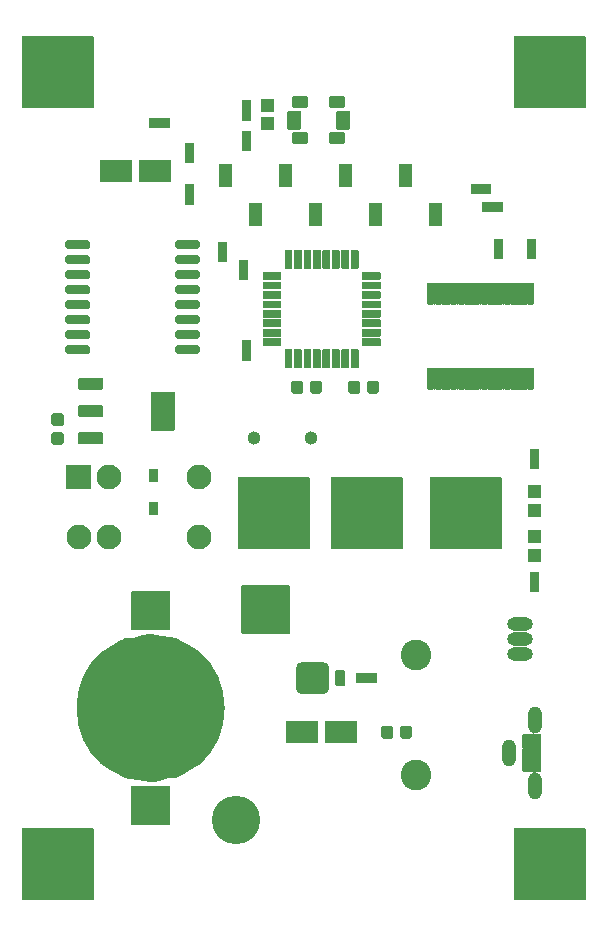
<source format=gts>
G04 #@! TF.GenerationSoftware,KiCad,Pcbnew,(5.1.10)-1*
G04 #@! TF.CreationDate,2021-10-14T14:39:51-07:00*
G04 #@! TF.ProjectId,Plug_Pass,506c7567-5f50-4617-9373-2e6b69636164,v3.1*
G04 #@! TF.SameCoordinates,Original*
G04 #@! TF.FileFunction,Soldermask,Top*
G04 #@! TF.FilePolarity,Negative*
%FSLAX46Y46*%
G04 Gerber Fmt 4.6, Leading zero omitted, Abs format (unit mm)*
G04 Created by KiCad (PCBNEW (5.1.10)-1) date 2021-10-14 14:39:51*
%MOMM*%
%LPD*%
G01*
G04 APERTURE LIST*
%ADD10C,6.282115*%
%ADD11O,2.181600X1.141600*%
%ADD12C,1.131600*%
%ADD13C,2.101600*%
%ADD14C,2.601600*%
%ADD15C,4.101600*%
%ADD16O,1.201600X2.301600*%
%ADD17C,0.100000*%
G04 APERTURE END LIST*
D10*
X144111057Y-106934000D02*
G75*
G03*
X144111057Y-106934000I-3141057J0D01*
G01*
X144111057Y-106934000D02*
G75*
G03*
X144111057Y-106934000I-3141057J0D01*
G01*
G36*
G01*
X140962200Y-83388000D02*
X140962200Y-80188000D01*
G75*
G02*
X141013000Y-80137200I50800J0D01*
G01*
X142963000Y-80137200D01*
G75*
G02*
X143013800Y-80188000I0J-50800D01*
G01*
X143013800Y-83388000D01*
G75*
G02*
X142963000Y-83438800I-50800J0D01*
G01*
X141013000Y-83438800D01*
G75*
G02*
X140962200Y-83388000I0J50800D01*
G01*
G37*
G36*
G01*
X136863000Y-84588800D02*
X134913000Y-84588800D01*
G75*
G02*
X134862200Y-84538000I0J50800D01*
G01*
X134862200Y-83638000D01*
G75*
G02*
X134913000Y-83587200I50800J0D01*
G01*
X136863000Y-83587200D01*
G75*
G02*
X136913800Y-83638000I0J-50800D01*
G01*
X136913800Y-84538000D01*
G75*
G02*
X136863000Y-84588800I-50800J0D01*
G01*
G37*
G36*
G01*
X136863000Y-82288800D02*
X134913000Y-82288800D01*
G75*
G02*
X134862200Y-82238000I0J50800D01*
G01*
X134862200Y-81338000D01*
G75*
G02*
X134913000Y-81287200I50800J0D01*
G01*
X136863000Y-81287200D01*
G75*
G02*
X136913800Y-81338000I0J-50800D01*
G01*
X136913800Y-82238000D01*
G75*
G02*
X136863000Y-82288800I-50800J0D01*
G01*
G37*
G36*
G01*
X136863000Y-79988800D02*
X134913000Y-79988800D01*
G75*
G02*
X134862200Y-79938000I0J50800D01*
G01*
X134862200Y-79038000D01*
G75*
G02*
X134913000Y-78987200I50800J0D01*
G01*
X136863000Y-78987200D01*
G75*
G02*
X136913800Y-79038000I0J-50800D01*
G01*
X136913800Y-79938000D01*
G75*
G02*
X136863000Y-79988800I-50800J0D01*
G01*
G37*
D11*
X172212000Y-99822000D03*
X172212000Y-101092000D03*
X172212000Y-102362000D03*
G36*
G01*
X141524000Y-87821800D02*
X140924000Y-87821800D01*
G75*
G02*
X140873200Y-87771000I0J50800D01*
G01*
X140873200Y-86721000D01*
G75*
G02*
X140924000Y-86670200I50800J0D01*
G01*
X141524000Y-86670200D01*
G75*
G02*
X141574800Y-86721000I0J-50800D01*
G01*
X141574800Y-87771000D01*
G75*
G02*
X141524000Y-87821800I-50800J0D01*
G01*
G37*
G36*
G01*
X141524000Y-90621800D02*
X140924000Y-90621800D01*
G75*
G02*
X140873200Y-90571000I0J50800D01*
G01*
X140873200Y-89521000D01*
G75*
G02*
X140924000Y-89470200I50800J0D01*
G01*
X141524000Y-89470200D01*
G75*
G02*
X141574800Y-89521000I0J-50800D01*
G01*
X141574800Y-90571000D01*
G75*
G02*
X141524000Y-90621800I-50800J0D01*
G01*
G37*
G36*
G01*
X173410800Y-70963000D02*
X173410800Y-72713000D01*
G75*
G02*
X173360000Y-72763800I-50800J0D01*
G01*
X172910000Y-72763800D01*
G75*
G02*
X172859200Y-72713000I0J50800D01*
G01*
X172859200Y-70963000D01*
G75*
G02*
X172910000Y-70912200I50800J0D01*
G01*
X173360000Y-70912200D01*
G75*
G02*
X173410800Y-70963000I0J-50800D01*
G01*
G37*
G36*
G01*
X172760800Y-70963000D02*
X172760800Y-72713000D01*
G75*
G02*
X172710000Y-72763800I-50800J0D01*
G01*
X172260000Y-72763800D01*
G75*
G02*
X172209200Y-72713000I0J50800D01*
G01*
X172209200Y-70963000D01*
G75*
G02*
X172260000Y-70912200I50800J0D01*
G01*
X172710000Y-70912200D01*
G75*
G02*
X172760800Y-70963000I0J-50800D01*
G01*
G37*
G36*
G01*
X172110800Y-70963000D02*
X172110800Y-72713000D01*
G75*
G02*
X172060000Y-72763800I-50800J0D01*
G01*
X171610000Y-72763800D01*
G75*
G02*
X171559200Y-72713000I0J50800D01*
G01*
X171559200Y-70963000D01*
G75*
G02*
X171610000Y-70912200I50800J0D01*
G01*
X172060000Y-70912200D01*
G75*
G02*
X172110800Y-70963000I0J-50800D01*
G01*
G37*
G36*
G01*
X171460800Y-70963000D02*
X171460800Y-72713000D01*
G75*
G02*
X171410000Y-72763800I-50800J0D01*
G01*
X170960000Y-72763800D01*
G75*
G02*
X170909200Y-72713000I0J50800D01*
G01*
X170909200Y-70963000D01*
G75*
G02*
X170960000Y-70912200I50800J0D01*
G01*
X171410000Y-70912200D01*
G75*
G02*
X171460800Y-70963000I0J-50800D01*
G01*
G37*
G36*
G01*
X170810800Y-70963000D02*
X170810800Y-72713000D01*
G75*
G02*
X170760000Y-72763800I-50800J0D01*
G01*
X170310000Y-72763800D01*
G75*
G02*
X170259200Y-72713000I0J50800D01*
G01*
X170259200Y-70963000D01*
G75*
G02*
X170310000Y-70912200I50800J0D01*
G01*
X170760000Y-70912200D01*
G75*
G02*
X170810800Y-70963000I0J-50800D01*
G01*
G37*
G36*
G01*
X170160800Y-70963000D02*
X170160800Y-72713000D01*
G75*
G02*
X170110000Y-72763800I-50800J0D01*
G01*
X169660000Y-72763800D01*
G75*
G02*
X169609200Y-72713000I0J50800D01*
G01*
X169609200Y-70963000D01*
G75*
G02*
X169660000Y-70912200I50800J0D01*
G01*
X170110000Y-70912200D01*
G75*
G02*
X170160800Y-70963000I0J-50800D01*
G01*
G37*
G36*
G01*
X169510800Y-70963000D02*
X169510800Y-72713000D01*
G75*
G02*
X169460000Y-72763800I-50800J0D01*
G01*
X169010000Y-72763800D01*
G75*
G02*
X168959200Y-72713000I0J50800D01*
G01*
X168959200Y-70963000D01*
G75*
G02*
X169010000Y-70912200I50800J0D01*
G01*
X169460000Y-70912200D01*
G75*
G02*
X169510800Y-70963000I0J-50800D01*
G01*
G37*
G36*
G01*
X168860800Y-70963000D02*
X168860800Y-72713000D01*
G75*
G02*
X168810000Y-72763800I-50800J0D01*
G01*
X168360000Y-72763800D01*
G75*
G02*
X168309200Y-72713000I0J50800D01*
G01*
X168309200Y-70963000D01*
G75*
G02*
X168360000Y-70912200I50800J0D01*
G01*
X168810000Y-70912200D01*
G75*
G02*
X168860800Y-70963000I0J-50800D01*
G01*
G37*
G36*
G01*
X168210800Y-70963000D02*
X168210800Y-72713000D01*
G75*
G02*
X168160000Y-72763800I-50800J0D01*
G01*
X167710000Y-72763800D01*
G75*
G02*
X167659200Y-72713000I0J50800D01*
G01*
X167659200Y-70963000D01*
G75*
G02*
X167710000Y-70912200I50800J0D01*
G01*
X168160000Y-70912200D01*
G75*
G02*
X168210800Y-70963000I0J-50800D01*
G01*
G37*
G36*
G01*
X167560800Y-70963000D02*
X167560800Y-72713000D01*
G75*
G02*
X167510000Y-72763800I-50800J0D01*
G01*
X167060000Y-72763800D01*
G75*
G02*
X167009200Y-72713000I0J50800D01*
G01*
X167009200Y-70963000D01*
G75*
G02*
X167060000Y-70912200I50800J0D01*
G01*
X167510000Y-70912200D01*
G75*
G02*
X167560800Y-70963000I0J-50800D01*
G01*
G37*
G36*
G01*
X166910800Y-70963000D02*
X166910800Y-72713000D01*
G75*
G02*
X166860000Y-72763800I-50800J0D01*
G01*
X166410000Y-72763800D01*
G75*
G02*
X166359200Y-72713000I0J50800D01*
G01*
X166359200Y-70963000D01*
G75*
G02*
X166410000Y-70912200I50800J0D01*
G01*
X166860000Y-70912200D01*
G75*
G02*
X166910800Y-70963000I0J-50800D01*
G01*
G37*
G36*
G01*
X166260800Y-70963000D02*
X166260800Y-72713000D01*
G75*
G02*
X166210000Y-72763800I-50800J0D01*
G01*
X165760000Y-72763800D01*
G75*
G02*
X165709200Y-72713000I0J50800D01*
G01*
X165709200Y-70963000D01*
G75*
G02*
X165760000Y-70912200I50800J0D01*
G01*
X166210000Y-70912200D01*
G75*
G02*
X166260800Y-70963000I0J-50800D01*
G01*
G37*
G36*
G01*
X165610800Y-70963000D02*
X165610800Y-72713000D01*
G75*
G02*
X165560000Y-72763800I-50800J0D01*
G01*
X165110000Y-72763800D01*
G75*
G02*
X165059200Y-72713000I0J50800D01*
G01*
X165059200Y-70963000D01*
G75*
G02*
X165110000Y-70912200I50800J0D01*
G01*
X165560000Y-70912200D01*
G75*
G02*
X165610800Y-70963000I0J-50800D01*
G01*
G37*
G36*
G01*
X164960800Y-70963000D02*
X164960800Y-72713000D01*
G75*
G02*
X164910000Y-72763800I-50800J0D01*
G01*
X164460000Y-72763800D01*
G75*
G02*
X164409200Y-72713000I0J50800D01*
G01*
X164409200Y-70963000D01*
G75*
G02*
X164460000Y-70912200I50800J0D01*
G01*
X164910000Y-70912200D01*
G75*
G02*
X164960800Y-70963000I0J-50800D01*
G01*
G37*
G36*
G01*
X164960800Y-78163000D02*
X164960800Y-79913000D01*
G75*
G02*
X164910000Y-79963800I-50800J0D01*
G01*
X164460000Y-79963800D01*
G75*
G02*
X164409200Y-79913000I0J50800D01*
G01*
X164409200Y-78163000D01*
G75*
G02*
X164460000Y-78112200I50800J0D01*
G01*
X164910000Y-78112200D01*
G75*
G02*
X164960800Y-78163000I0J-50800D01*
G01*
G37*
G36*
G01*
X165610800Y-78163000D02*
X165610800Y-79913000D01*
G75*
G02*
X165560000Y-79963800I-50800J0D01*
G01*
X165110000Y-79963800D01*
G75*
G02*
X165059200Y-79913000I0J50800D01*
G01*
X165059200Y-78163000D01*
G75*
G02*
X165110000Y-78112200I50800J0D01*
G01*
X165560000Y-78112200D01*
G75*
G02*
X165610800Y-78163000I0J-50800D01*
G01*
G37*
G36*
G01*
X166260800Y-78163000D02*
X166260800Y-79913000D01*
G75*
G02*
X166210000Y-79963800I-50800J0D01*
G01*
X165760000Y-79963800D01*
G75*
G02*
X165709200Y-79913000I0J50800D01*
G01*
X165709200Y-78163000D01*
G75*
G02*
X165760000Y-78112200I50800J0D01*
G01*
X166210000Y-78112200D01*
G75*
G02*
X166260800Y-78163000I0J-50800D01*
G01*
G37*
G36*
G01*
X166910800Y-78163000D02*
X166910800Y-79913000D01*
G75*
G02*
X166860000Y-79963800I-50800J0D01*
G01*
X166410000Y-79963800D01*
G75*
G02*
X166359200Y-79913000I0J50800D01*
G01*
X166359200Y-78163000D01*
G75*
G02*
X166410000Y-78112200I50800J0D01*
G01*
X166860000Y-78112200D01*
G75*
G02*
X166910800Y-78163000I0J-50800D01*
G01*
G37*
G36*
G01*
X167560800Y-78163000D02*
X167560800Y-79913000D01*
G75*
G02*
X167510000Y-79963800I-50800J0D01*
G01*
X167060000Y-79963800D01*
G75*
G02*
X167009200Y-79913000I0J50800D01*
G01*
X167009200Y-78163000D01*
G75*
G02*
X167060000Y-78112200I50800J0D01*
G01*
X167510000Y-78112200D01*
G75*
G02*
X167560800Y-78163000I0J-50800D01*
G01*
G37*
G36*
G01*
X168210800Y-78163000D02*
X168210800Y-79913000D01*
G75*
G02*
X168160000Y-79963800I-50800J0D01*
G01*
X167710000Y-79963800D01*
G75*
G02*
X167659200Y-79913000I0J50800D01*
G01*
X167659200Y-78163000D01*
G75*
G02*
X167710000Y-78112200I50800J0D01*
G01*
X168160000Y-78112200D01*
G75*
G02*
X168210800Y-78163000I0J-50800D01*
G01*
G37*
G36*
G01*
X168860800Y-78163000D02*
X168860800Y-79913000D01*
G75*
G02*
X168810000Y-79963800I-50800J0D01*
G01*
X168360000Y-79963800D01*
G75*
G02*
X168309200Y-79913000I0J50800D01*
G01*
X168309200Y-78163000D01*
G75*
G02*
X168360000Y-78112200I50800J0D01*
G01*
X168810000Y-78112200D01*
G75*
G02*
X168860800Y-78163000I0J-50800D01*
G01*
G37*
G36*
G01*
X169510800Y-78163000D02*
X169510800Y-79913000D01*
G75*
G02*
X169460000Y-79963800I-50800J0D01*
G01*
X169010000Y-79963800D01*
G75*
G02*
X168959200Y-79913000I0J50800D01*
G01*
X168959200Y-78163000D01*
G75*
G02*
X169010000Y-78112200I50800J0D01*
G01*
X169460000Y-78112200D01*
G75*
G02*
X169510800Y-78163000I0J-50800D01*
G01*
G37*
G36*
G01*
X170160800Y-78163000D02*
X170160800Y-79913000D01*
G75*
G02*
X170110000Y-79963800I-50800J0D01*
G01*
X169660000Y-79963800D01*
G75*
G02*
X169609200Y-79913000I0J50800D01*
G01*
X169609200Y-78163000D01*
G75*
G02*
X169660000Y-78112200I50800J0D01*
G01*
X170110000Y-78112200D01*
G75*
G02*
X170160800Y-78163000I0J-50800D01*
G01*
G37*
G36*
G01*
X170810800Y-78163000D02*
X170810800Y-79913000D01*
G75*
G02*
X170760000Y-79963800I-50800J0D01*
G01*
X170310000Y-79963800D01*
G75*
G02*
X170259200Y-79913000I0J50800D01*
G01*
X170259200Y-78163000D01*
G75*
G02*
X170310000Y-78112200I50800J0D01*
G01*
X170760000Y-78112200D01*
G75*
G02*
X170810800Y-78163000I0J-50800D01*
G01*
G37*
G36*
G01*
X171460800Y-78163000D02*
X171460800Y-79913000D01*
G75*
G02*
X171410000Y-79963800I-50800J0D01*
G01*
X170960000Y-79963800D01*
G75*
G02*
X170909200Y-79913000I0J50800D01*
G01*
X170909200Y-78163000D01*
G75*
G02*
X170960000Y-78112200I50800J0D01*
G01*
X171410000Y-78112200D01*
G75*
G02*
X171460800Y-78163000I0J-50800D01*
G01*
G37*
G36*
G01*
X172110800Y-78163000D02*
X172110800Y-79913000D01*
G75*
G02*
X172060000Y-79963800I-50800J0D01*
G01*
X171610000Y-79963800D01*
G75*
G02*
X171559200Y-79913000I0J50800D01*
G01*
X171559200Y-78163000D01*
G75*
G02*
X171610000Y-78112200I50800J0D01*
G01*
X172060000Y-78112200D01*
G75*
G02*
X172110800Y-78163000I0J-50800D01*
G01*
G37*
G36*
G01*
X172760800Y-78163000D02*
X172760800Y-79913000D01*
G75*
G02*
X172710000Y-79963800I-50800J0D01*
G01*
X172260000Y-79963800D01*
G75*
G02*
X172209200Y-79913000I0J50800D01*
G01*
X172209200Y-78163000D01*
G75*
G02*
X172260000Y-78112200I50800J0D01*
G01*
X172710000Y-78112200D01*
G75*
G02*
X172760800Y-78163000I0J-50800D01*
G01*
G37*
G36*
G01*
X173410800Y-78163000D02*
X173410800Y-79913000D01*
G75*
G02*
X173360000Y-79963800I-50800J0D01*
G01*
X172910000Y-79963800D01*
G75*
G02*
X172859200Y-79913000I0J50800D01*
G01*
X172859200Y-78163000D01*
G75*
G02*
X172910000Y-78112200I50800J0D01*
G01*
X173360000Y-78112200D01*
G75*
G02*
X173410800Y-78163000I0J-50800D01*
G01*
G37*
G36*
G01*
X160398000Y-76277800D02*
X158898000Y-76277800D01*
G75*
G02*
X158847200Y-76227000I0J50800D01*
G01*
X158847200Y-75677000D01*
G75*
G02*
X158898000Y-75626200I50800J0D01*
G01*
X160398000Y-75626200D01*
G75*
G02*
X160448800Y-75677000I0J-50800D01*
G01*
X160448800Y-76227000D01*
G75*
G02*
X160398000Y-76277800I-50800J0D01*
G01*
G37*
G36*
G01*
X152923000Y-78152800D02*
X152373000Y-78152800D01*
G75*
G02*
X152322200Y-78102000I0J50800D01*
G01*
X152322200Y-76602000D01*
G75*
G02*
X152373000Y-76551200I50800J0D01*
G01*
X152923000Y-76551200D01*
G75*
G02*
X152973800Y-76602000I0J-50800D01*
G01*
X152973800Y-78102000D01*
G75*
G02*
X152923000Y-78152800I-50800J0D01*
G01*
G37*
G36*
G01*
X153723000Y-78152800D02*
X153173000Y-78152800D01*
G75*
G02*
X153122200Y-78102000I0J50800D01*
G01*
X153122200Y-76602000D01*
G75*
G02*
X153173000Y-76551200I50800J0D01*
G01*
X153723000Y-76551200D01*
G75*
G02*
X153773800Y-76602000I0J-50800D01*
G01*
X153773800Y-78102000D01*
G75*
G02*
X153723000Y-78152800I-50800J0D01*
G01*
G37*
G36*
G01*
X154523000Y-78152800D02*
X153973000Y-78152800D01*
G75*
G02*
X153922200Y-78102000I0J50800D01*
G01*
X153922200Y-76602000D01*
G75*
G02*
X153973000Y-76551200I50800J0D01*
G01*
X154523000Y-76551200D01*
G75*
G02*
X154573800Y-76602000I0J-50800D01*
G01*
X154573800Y-78102000D01*
G75*
G02*
X154523000Y-78152800I-50800J0D01*
G01*
G37*
G36*
G01*
X155323000Y-78152800D02*
X154773000Y-78152800D01*
G75*
G02*
X154722200Y-78102000I0J50800D01*
G01*
X154722200Y-76602000D01*
G75*
G02*
X154773000Y-76551200I50800J0D01*
G01*
X155323000Y-76551200D01*
G75*
G02*
X155373800Y-76602000I0J-50800D01*
G01*
X155373800Y-78102000D01*
G75*
G02*
X155323000Y-78152800I-50800J0D01*
G01*
G37*
G36*
G01*
X156123000Y-78152800D02*
X155573000Y-78152800D01*
G75*
G02*
X155522200Y-78102000I0J50800D01*
G01*
X155522200Y-76602000D01*
G75*
G02*
X155573000Y-76551200I50800J0D01*
G01*
X156123000Y-76551200D01*
G75*
G02*
X156173800Y-76602000I0J-50800D01*
G01*
X156173800Y-78102000D01*
G75*
G02*
X156123000Y-78152800I-50800J0D01*
G01*
G37*
G36*
G01*
X156923000Y-78152800D02*
X156373000Y-78152800D01*
G75*
G02*
X156322200Y-78102000I0J50800D01*
G01*
X156322200Y-76602000D01*
G75*
G02*
X156373000Y-76551200I50800J0D01*
G01*
X156923000Y-76551200D01*
G75*
G02*
X156973800Y-76602000I0J-50800D01*
G01*
X156973800Y-78102000D01*
G75*
G02*
X156923000Y-78152800I-50800J0D01*
G01*
G37*
G36*
G01*
X157723000Y-78152800D02*
X157173000Y-78152800D01*
G75*
G02*
X157122200Y-78102000I0J50800D01*
G01*
X157122200Y-76602000D01*
G75*
G02*
X157173000Y-76551200I50800J0D01*
G01*
X157723000Y-76551200D01*
G75*
G02*
X157773800Y-76602000I0J-50800D01*
G01*
X157773800Y-78102000D01*
G75*
G02*
X157723000Y-78152800I-50800J0D01*
G01*
G37*
G36*
G01*
X158523000Y-78152800D02*
X157973000Y-78152800D01*
G75*
G02*
X157922200Y-78102000I0J50800D01*
G01*
X157922200Y-76602000D01*
G75*
G02*
X157973000Y-76551200I50800J0D01*
G01*
X158523000Y-76551200D01*
G75*
G02*
X158573800Y-76602000I0J-50800D01*
G01*
X158573800Y-78102000D01*
G75*
G02*
X158523000Y-78152800I-50800J0D01*
G01*
G37*
G36*
G01*
X160398000Y-75477800D02*
X158898000Y-75477800D01*
G75*
G02*
X158847200Y-75427000I0J50800D01*
G01*
X158847200Y-74877000D01*
G75*
G02*
X158898000Y-74826200I50800J0D01*
G01*
X160398000Y-74826200D01*
G75*
G02*
X160448800Y-74877000I0J-50800D01*
G01*
X160448800Y-75427000D01*
G75*
G02*
X160398000Y-75477800I-50800J0D01*
G01*
G37*
G36*
G01*
X160398000Y-74677800D02*
X158898000Y-74677800D01*
G75*
G02*
X158847200Y-74627000I0J50800D01*
G01*
X158847200Y-74077000D01*
G75*
G02*
X158898000Y-74026200I50800J0D01*
G01*
X160398000Y-74026200D01*
G75*
G02*
X160448800Y-74077000I0J-50800D01*
G01*
X160448800Y-74627000D01*
G75*
G02*
X160398000Y-74677800I-50800J0D01*
G01*
G37*
G36*
G01*
X160398000Y-73877800D02*
X158898000Y-73877800D01*
G75*
G02*
X158847200Y-73827000I0J50800D01*
G01*
X158847200Y-73277000D01*
G75*
G02*
X158898000Y-73226200I50800J0D01*
G01*
X160398000Y-73226200D01*
G75*
G02*
X160448800Y-73277000I0J-50800D01*
G01*
X160448800Y-73827000D01*
G75*
G02*
X160398000Y-73877800I-50800J0D01*
G01*
G37*
G36*
G01*
X160398000Y-73077800D02*
X158898000Y-73077800D01*
G75*
G02*
X158847200Y-73027000I0J50800D01*
G01*
X158847200Y-72477000D01*
G75*
G02*
X158898000Y-72426200I50800J0D01*
G01*
X160398000Y-72426200D01*
G75*
G02*
X160448800Y-72477000I0J-50800D01*
G01*
X160448800Y-73027000D01*
G75*
G02*
X160398000Y-73077800I-50800J0D01*
G01*
G37*
G36*
G01*
X160398000Y-72277800D02*
X158898000Y-72277800D01*
G75*
G02*
X158847200Y-72227000I0J50800D01*
G01*
X158847200Y-71677000D01*
G75*
G02*
X158898000Y-71626200I50800J0D01*
G01*
X160398000Y-71626200D01*
G75*
G02*
X160448800Y-71677000I0J-50800D01*
G01*
X160448800Y-72227000D01*
G75*
G02*
X160398000Y-72277800I-50800J0D01*
G01*
G37*
G36*
G01*
X160398000Y-71477800D02*
X158898000Y-71477800D01*
G75*
G02*
X158847200Y-71427000I0J50800D01*
G01*
X158847200Y-70877000D01*
G75*
G02*
X158898000Y-70826200I50800J0D01*
G01*
X160398000Y-70826200D01*
G75*
G02*
X160448800Y-70877000I0J-50800D01*
G01*
X160448800Y-71427000D01*
G75*
G02*
X160398000Y-71477800I-50800J0D01*
G01*
G37*
G36*
G01*
X160398000Y-70677800D02*
X158898000Y-70677800D01*
G75*
G02*
X158847200Y-70627000I0J50800D01*
G01*
X158847200Y-70077000D01*
G75*
G02*
X158898000Y-70026200I50800J0D01*
G01*
X160398000Y-70026200D01*
G75*
G02*
X160448800Y-70077000I0J-50800D01*
G01*
X160448800Y-70627000D01*
G75*
G02*
X160398000Y-70677800I-50800J0D01*
G01*
G37*
G36*
G01*
X158523000Y-69752800D02*
X157973000Y-69752800D01*
G75*
G02*
X157922200Y-69702000I0J50800D01*
G01*
X157922200Y-68202000D01*
G75*
G02*
X157973000Y-68151200I50800J0D01*
G01*
X158523000Y-68151200D01*
G75*
G02*
X158573800Y-68202000I0J-50800D01*
G01*
X158573800Y-69702000D01*
G75*
G02*
X158523000Y-69752800I-50800J0D01*
G01*
G37*
G36*
G01*
X157723000Y-69752800D02*
X157173000Y-69752800D01*
G75*
G02*
X157122200Y-69702000I0J50800D01*
G01*
X157122200Y-68202000D01*
G75*
G02*
X157173000Y-68151200I50800J0D01*
G01*
X157723000Y-68151200D01*
G75*
G02*
X157773800Y-68202000I0J-50800D01*
G01*
X157773800Y-69702000D01*
G75*
G02*
X157723000Y-69752800I-50800J0D01*
G01*
G37*
G36*
G01*
X156923000Y-69752800D02*
X156373000Y-69752800D01*
G75*
G02*
X156322200Y-69702000I0J50800D01*
G01*
X156322200Y-68202000D01*
G75*
G02*
X156373000Y-68151200I50800J0D01*
G01*
X156923000Y-68151200D01*
G75*
G02*
X156973800Y-68202000I0J-50800D01*
G01*
X156973800Y-69702000D01*
G75*
G02*
X156923000Y-69752800I-50800J0D01*
G01*
G37*
G36*
G01*
X156123000Y-69752800D02*
X155573000Y-69752800D01*
G75*
G02*
X155522200Y-69702000I0J50800D01*
G01*
X155522200Y-68202000D01*
G75*
G02*
X155573000Y-68151200I50800J0D01*
G01*
X156123000Y-68151200D01*
G75*
G02*
X156173800Y-68202000I0J-50800D01*
G01*
X156173800Y-69702000D01*
G75*
G02*
X156123000Y-69752800I-50800J0D01*
G01*
G37*
G36*
G01*
X155323000Y-69752800D02*
X154773000Y-69752800D01*
G75*
G02*
X154722200Y-69702000I0J50800D01*
G01*
X154722200Y-68202000D01*
G75*
G02*
X154773000Y-68151200I50800J0D01*
G01*
X155323000Y-68151200D01*
G75*
G02*
X155373800Y-68202000I0J-50800D01*
G01*
X155373800Y-69702000D01*
G75*
G02*
X155323000Y-69752800I-50800J0D01*
G01*
G37*
G36*
G01*
X154523000Y-69752800D02*
X153973000Y-69752800D01*
G75*
G02*
X153922200Y-69702000I0J50800D01*
G01*
X153922200Y-68202000D01*
G75*
G02*
X153973000Y-68151200I50800J0D01*
G01*
X154523000Y-68151200D01*
G75*
G02*
X154573800Y-68202000I0J-50800D01*
G01*
X154573800Y-69702000D01*
G75*
G02*
X154523000Y-69752800I-50800J0D01*
G01*
G37*
G36*
G01*
X153723000Y-69752800D02*
X153173000Y-69752800D01*
G75*
G02*
X153122200Y-69702000I0J50800D01*
G01*
X153122200Y-68202000D01*
G75*
G02*
X153173000Y-68151200I50800J0D01*
G01*
X153723000Y-68151200D01*
G75*
G02*
X153773800Y-68202000I0J-50800D01*
G01*
X153773800Y-69702000D01*
G75*
G02*
X153723000Y-69752800I-50800J0D01*
G01*
G37*
G36*
G01*
X152923000Y-69752800D02*
X152373000Y-69752800D01*
G75*
G02*
X152322200Y-69702000I0J50800D01*
G01*
X152322200Y-68202000D01*
G75*
G02*
X152373000Y-68151200I50800J0D01*
G01*
X152923000Y-68151200D01*
G75*
G02*
X152973800Y-68202000I0J-50800D01*
G01*
X152973800Y-69702000D01*
G75*
G02*
X152923000Y-69752800I-50800J0D01*
G01*
G37*
G36*
G01*
X151998000Y-70677800D02*
X150498000Y-70677800D01*
G75*
G02*
X150447200Y-70627000I0J50800D01*
G01*
X150447200Y-70077000D01*
G75*
G02*
X150498000Y-70026200I50800J0D01*
G01*
X151998000Y-70026200D01*
G75*
G02*
X152048800Y-70077000I0J-50800D01*
G01*
X152048800Y-70627000D01*
G75*
G02*
X151998000Y-70677800I-50800J0D01*
G01*
G37*
G36*
G01*
X151998000Y-71477800D02*
X150498000Y-71477800D01*
G75*
G02*
X150447200Y-71427000I0J50800D01*
G01*
X150447200Y-70877000D01*
G75*
G02*
X150498000Y-70826200I50800J0D01*
G01*
X151998000Y-70826200D01*
G75*
G02*
X152048800Y-70877000I0J-50800D01*
G01*
X152048800Y-71427000D01*
G75*
G02*
X151998000Y-71477800I-50800J0D01*
G01*
G37*
G36*
G01*
X151998000Y-72277800D02*
X150498000Y-72277800D01*
G75*
G02*
X150447200Y-72227000I0J50800D01*
G01*
X150447200Y-71677000D01*
G75*
G02*
X150498000Y-71626200I50800J0D01*
G01*
X151998000Y-71626200D01*
G75*
G02*
X152048800Y-71677000I0J-50800D01*
G01*
X152048800Y-72227000D01*
G75*
G02*
X151998000Y-72277800I-50800J0D01*
G01*
G37*
G36*
G01*
X151998000Y-73077800D02*
X150498000Y-73077800D01*
G75*
G02*
X150447200Y-73027000I0J50800D01*
G01*
X150447200Y-72477000D01*
G75*
G02*
X150498000Y-72426200I50800J0D01*
G01*
X151998000Y-72426200D01*
G75*
G02*
X152048800Y-72477000I0J-50800D01*
G01*
X152048800Y-73027000D01*
G75*
G02*
X151998000Y-73077800I-50800J0D01*
G01*
G37*
G36*
G01*
X151998000Y-73877800D02*
X150498000Y-73877800D01*
G75*
G02*
X150447200Y-73827000I0J50800D01*
G01*
X150447200Y-73277000D01*
G75*
G02*
X150498000Y-73226200I50800J0D01*
G01*
X151998000Y-73226200D01*
G75*
G02*
X152048800Y-73277000I0J-50800D01*
G01*
X152048800Y-73827000D01*
G75*
G02*
X151998000Y-73877800I-50800J0D01*
G01*
G37*
G36*
G01*
X151998000Y-74677800D02*
X150498000Y-74677800D01*
G75*
G02*
X150447200Y-74627000I0J50800D01*
G01*
X150447200Y-74077000D01*
G75*
G02*
X150498000Y-74026200I50800J0D01*
G01*
X151998000Y-74026200D01*
G75*
G02*
X152048800Y-74077000I0J-50800D01*
G01*
X152048800Y-74627000D01*
G75*
G02*
X151998000Y-74677800I-50800J0D01*
G01*
G37*
G36*
G01*
X151998000Y-75477800D02*
X150498000Y-75477800D01*
G75*
G02*
X150447200Y-75427000I0J50800D01*
G01*
X150447200Y-74877000D01*
G75*
G02*
X150498000Y-74826200I50800J0D01*
G01*
X151998000Y-74826200D01*
G75*
G02*
X152048800Y-74877000I0J-50800D01*
G01*
X152048800Y-75427000D01*
G75*
G02*
X151998000Y-75477800I-50800J0D01*
G01*
G37*
G36*
G01*
X151998000Y-76277800D02*
X150498000Y-76277800D01*
G75*
G02*
X150447200Y-76227000I0J50800D01*
G01*
X150447200Y-75677000D01*
G75*
G02*
X150498000Y-75626200I50800J0D01*
G01*
X151998000Y-75626200D01*
G75*
G02*
X152048800Y-75677000I0J-50800D01*
G01*
X152048800Y-76227000D01*
G75*
G02*
X151998000Y-76277800I-50800J0D01*
G01*
G37*
D12*
X149706000Y-84074000D03*
X154586000Y-84074000D03*
G36*
G01*
X172921948Y-88056400D02*
X174042052Y-88056400D01*
G75*
G02*
X174058600Y-88072948I0J-16548D01*
G01*
X174058600Y-89143052D01*
G75*
G02*
X174042052Y-89159600I-16548J0D01*
G01*
X172921948Y-89159600D01*
G75*
G02*
X172905400Y-89143052I0J16548D01*
G01*
X172905400Y-88072948D01*
G75*
G02*
X172921948Y-88056400I16548J0D01*
G01*
G37*
G36*
G01*
X172921948Y-89656400D02*
X174042052Y-89656400D01*
G75*
G02*
X174058600Y-89672948I0J-16548D01*
G01*
X174058600Y-90743052D01*
G75*
G02*
X174042052Y-90759600I-16548J0D01*
G01*
X172921948Y-90759600D01*
G75*
G02*
X172905400Y-90743052I0J16548D01*
G01*
X172905400Y-89672948D01*
G75*
G02*
X172921948Y-89656400I16548J0D01*
G01*
G37*
G36*
G01*
X157744000Y-57951600D02*
X156794000Y-57951600D01*
G75*
G02*
X156692400Y-57850000I0J101600D01*
G01*
X156692400Y-56450000D01*
G75*
G02*
X156794000Y-56348400I101600J0D01*
G01*
X157744000Y-56348400D01*
G75*
G02*
X157845600Y-56450000I0J-101600D01*
G01*
X157845600Y-57850000D01*
G75*
G02*
X157744000Y-57951600I-101600J0D01*
G01*
G37*
G36*
G01*
X153594000Y-57951600D02*
X152644000Y-57951600D01*
G75*
G02*
X152542400Y-57850000I0J101600D01*
G01*
X152542400Y-56450000D01*
G75*
G02*
X152644000Y-56348400I101600J0D01*
G01*
X153594000Y-56348400D01*
G75*
G02*
X153695600Y-56450000I0J-101600D01*
G01*
X153695600Y-57850000D01*
G75*
G02*
X153594000Y-57951600I-101600J0D01*
G01*
G37*
G36*
G01*
X157445600Y-58300000D02*
X157445600Y-59050000D01*
G75*
G02*
X157344000Y-59151600I-101600J0D01*
G01*
X156194000Y-59151600D01*
G75*
G02*
X156092400Y-59050000I0J101600D01*
G01*
X156092400Y-58300000D01*
G75*
G02*
X156194000Y-58198400I101600J0D01*
G01*
X157344000Y-58198400D01*
G75*
G02*
X157445600Y-58300000I0J-101600D01*
G01*
G37*
G36*
G01*
X157445600Y-55250000D02*
X157445600Y-56000000D01*
G75*
G02*
X157344000Y-56101600I-101600J0D01*
G01*
X156194000Y-56101600D01*
G75*
G02*
X156092400Y-56000000I0J101600D01*
G01*
X156092400Y-55250000D01*
G75*
G02*
X156194000Y-55148400I101600J0D01*
G01*
X157344000Y-55148400D01*
G75*
G02*
X157445600Y-55250000I0J-101600D01*
G01*
G37*
G36*
G01*
X154295600Y-58300000D02*
X154295600Y-59050000D01*
G75*
G02*
X154194000Y-59151600I-101600J0D01*
G01*
X153044000Y-59151600D01*
G75*
G02*
X152942400Y-59050000I0J101600D01*
G01*
X152942400Y-58300000D01*
G75*
G02*
X153044000Y-58198400I101600J0D01*
G01*
X154194000Y-58198400D01*
G75*
G02*
X154295600Y-58300000I0J-101600D01*
G01*
G37*
G36*
G01*
X154295600Y-55250000D02*
X154295600Y-56000000D01*
G75*
G02*
X154194000Y-56101600I-101600J0D01*
G01*
X153044000Y-56101600D01*
G75*
G02*
X152942400Y-56000000I0J101600D01*
G01*
X152942400Y-55250000D01*
G75*
G02*
X153044000Y-55148400I101600J0D01*
G01*
X154194000Y-55148400D01*
G75*
G02*
X154295600Y-55250000I0J-101600D01*
G01*
G37*
G36*
G01*
X174042052Y-94569600D02*
X172921948Y-94569600D01*
G75*
G02*
X172905400Y-94553052I0J16548D01*
G01*
X172905400Y-93482948D01*
G75*
G02*
X172921948Y-93466400I16548J0D01*
G01*
X174042052Y-93466400D01*
G75*
G02*
X174058600Y-93482948I0J-16548D01*
G01*
X174058600Y-94553052D01*
G75*
G02*
X174042052Y-94569600I-16548J0D01*
G01*
G37*
G36*
G01*
X174042052Y-92969600D02*
X172921948Y-92969600D01*
G75*
G02*
X172905400Y-92953052I0J16548D01*
G01*
X172905400Y-91882948D01*
G75*
G02*
X172921948Y-91866400I16548J0D01*
G01*
X174042052Y-91866400D01*
G75*
G02*
X174058600Y-91882948I0J-16548D01*
G01*
X174058600Y-92953052D01*
G75*
G02*
X174042052Y-92969600I-16548J0D01*
G01*
G37*
D13*
X145034000Y-92456000D03*
X137414000Y-92456000D03*
X145034000Y-87376000D03*
X137414000Y-87376000D03*
X134874000Y-92456000D03*
G36*
G01*
X133823200Y-88376000D02*
X133823200Y-86376000D01*
G75*
G02*
X133874000Y-86325200I50800J0D01*
G01*
X135874000Y-86325200D01*
G75*
G02*
X135924800Y-86376000I0J-50800D01*
G01*
X135924800Y-88376000D01*
G75*
G02*
X135874000Y-88426800I-50800J0D01*
G01*
X133874000Y-88426800D01*
G75*
G02*
X133823200Y-88376000I0J50800D01*
G01*
G37*
D14*
X163402200Y-102412800D03*
X163402200Y-112572800D03*
G36*
G01*
X148702200Y-96552000D02*
X152702200Y-96552000D01*
G75*
G02*
X152753000Y-96602800I0J-50800D01*
G01*
X152753000Y-100602800D01*
G75*
G02*
X152702200Y-100653600I-50800J0D01*
G01*
X148702200Y-100653600D01*
G75*
G02*
X148651400Y-100602800I0J50800D01*
G01*
X148651400Y-96602800D01*
G75*
G02*
X148702200Y-96552000I50800J0D01*
G01*
G37*
D15*
X148162200Y-116382800D03*
G36*
G01*
X149497252Y-76611600D02*
X148698748Y-76611600D01*
G75*
G02*
X148686400Y-76599252I0J12348D01*
G01*
X148686400Y-75800748D01*
G75*
G02*
X148698748Y-75788400I12348J0D01*
G01*
X149497252Y-75788400D01*
G75*
G02*
X149509600Y-75800748I0J-12348D01*
G01*
X149509600Y-76599252D01*
G75*
G02*
X149497252Y-76611600I-12348J0D01*
G01*
G37*
G36*
G01*
X149497252Y-77511600D02*
X148698748Y-77511600D01*
G75*
G02*
X148686400Y-77499252I0J12348D01*
G01*
X148686400Y-76700748D01*
G75*
G02*
X148698748Y-76688400I12348J0D01*
G01*
X149497252Y-76688400D01*
G75*
G02*
X149509600Y-76700748I0J-12348D01*
G01*
X149509600Y-77499252D01*
G75*
G02*
X149497252Y-77511600I-12348J0D01*
G01*
G37*
G36*
G01*
X149497252Y-56291600D02*
X148698748Y-56291600D01*
G75*
G02*
X148686400Y-56279252I0J12348D01*
G01*
X148686400Y-55480748D01*
G75*
G02*
X148698748Y-55468400I12348J0D01*
G01*
X149497252Y-55468400D01*
G75*
G02*
X149509600Y-55480748I0J-12348D01*
G01*
X149509600Y-56279252D01*
G75*
G02*
X149497252Y-56291600I-12348J0D01*
G01*
G37*
G36*
G01*
X149497252Y-57191600D02*
X148698748Y-57191600D01*
G75*
G02*
X148686400Y-57179252I0J12348D01*
G01*
X148686400Y-56380748D01*
G75*
G02*
X148698748Y-56368400I12348J0D01*
G01*
X149497252Y-56368400D01*
G75*
G02*
X149509600Y-56380748I0J-12348D01*
G01*
X149509600Y-57179252D01*
G75*
G02*
X149497252Y-57191600I-12348J0D01*
G01*
G37*
G36*
G01*
X173082748Y-85890400D02*
X173881252Y-85890400D01*
G75*
G02*
X173893600Y-85902748I0J-12348D01*
G01*
X173893600Y-86701252D01*
G75*
G02*
X173881252Y-86713600I-12348J0D01*
G01*
X173082748Y-86713600D01*
G75*
G02*
X173070400Y-86701252I0J12348D01*
G01*
X173070400Y-85902748D01*
G75*
G02*
X173082748Y-85890400I12348J0D01*
G01*
G37*
G36*
G01*
X173082748Y-84990400D02*
X173881252Y-84990400D01*
G75*
G02*
X173893600Y-85002748I0J-12348D01*
G01*
X173893600Y-85801252D01*
G75*
G02*
X173881252Y-85813600I-12348J0D01*
G01*
X173082748Y-85813600D01*
G75*
G02*
X173070400Y-85801252I0J12348D01*
G01*
X173070400Y-85002748D01*
G75*
G02*
X173082748Y-84990400I12348J0D01*
G01*
G37*
G36*
G01*
X173881252Y-96227600D02*
X173082748Y-96227600D01*
G75*
G02*
X173070400Y-96215252I0J12348D01*
G01*
X173070400Y-95416748D01*
G75*
G02*
X173082748Y-95404400I12348J0D01*
G01*
X173881252Y-95404400D01*
G75*
G02*
X173893600Y-95416748I0J-12348D01*
G01*
X173893600Y-96215252D01*
G75*
G02*
X173881252Y-96227600I-12348J0D01*
G01*
G37*
G36*
G01*
X173881252Y-97127600D02*
X173082748Y-97127600D01*
G75*
G02*
X173070400Y-97115252I0J12348D01*
G01*
X173070400Y-96316748D01*
G75*
G02*
X173082748Y-96304400I12348J0D01*
G01*
X173881252Y-96304400D01*
G75*
G02*
X173893600Y-96316748I0J-12348D01*
G01*
X173893600Y-97115252D01*
G75*
G02*
X173881252Y-97127600I-12348J0D01*
G01*
G37*
G36*
G01*
X147465252Y-68287600D02*
X146666748Y-68287600D01*
G75*
G02*
X146654400Y-68275252I0J12348D01*
G01*
X146654400Y-67476748D01*
G75*
G02*
X146666748Y-67464400I12348J0D01*
G01*
X147465252Y-67464400D01*
G75*
G02*
X147477600Y-67476748I0J-12348D01*
G01*
X147477600Y-68275252D01*
G75*
G02*
X147465252Y-68287600I-12348J0D01*
G01*
G37*
G36*
G01*
X147465252Y-69187600D02*
X146666748Y-69187600D01*
G75*
G02*
X146654400Y-69175252I0J12348D01*
G01*
X146654400Y-68376748D01*
G75*
G02*
X146666748Y-68364400I12348J0D01*
G01*
X147465252Y-68364400D01*
G75*
G02*
X147477600Y-68376748I0J-12348D01*
G01*
X147477600Y-69175252D01*
G75*
G02*
X147465252Y-69187600I-12348J0D01*
G01*
G37*
G36*
G01*
X149243252Y-69811600D02*
X148444748Y-69811600D01*
G75*
G02*
X148432400Y-69799252I0J12348D01*
G01*
X148432400Y-69000748D01*
G75*
G02*
X148444748Y-68988400I12348J0D01*
G01*
X149243252Y-68988400D01*
G75*
G02*
X149255600Y-69000748I0J-12348D01*
G01*
X149255600Y-69799252D01*
G75*
G02*
X149243252Y-69811600I-12348J0D01*
G01*
G37*
G36*
G01*
X149243252Y-70711600D02*
X148444748Y-70711600D01*
G75*
G02*
X148432400Y-70699252I0J12348D01*
G01*
X148432400Y-69900748D01*
G75*
G02*
X148444748Y-69888400I12348J0D01*
G01*
X149243252Y-69888400D01*
G75*
G02*
X149255600Y-69900748I0J-12348D01*
G01*
X149255600Y-70699252D01*
G75*
G02*
X149243252Y-70711600I-12348J0D01*
G01*
G37*
G36*
G01*
X151436052Y-58031600D02*
X150315948Y-58031600D01*
G75*
G02*
X150299400Y-58015052I0J16548D01*
G01*
X150299400Y-56944948D01*
G75*
G02*
X150315948Y-56928400I16548J0D01*
G01*
X151436052Y-56928400D01*
G75*
G02*
X151452600Y-56944948I0J-16548D01*
G01*
X151452600Y-58015052D01*
G75*
G02*
X151436052Y-58031600I-16548J0D01*
G01*
G37*
G36*
G01*
X151436052Y-56431600D02*
X150315948Y-56431600D01*
G75*
G02*
X150299400Y-56415052I0J16548D01*
G01*
X150299400Y-55344948D01*
G75*
G02*
X150315948Y-55328400I16548J0D01*
G01*
X151436052Y-55328400D01*
G75*
G02*
X151452600Y-55344948I0J-16548D01*
G01*
X151452600Y-56415052D01*
G75*
G02*
X151436052Y-56431600I-16548J0D01*
G01*
G37*
G36*
G01*
X156207200Y-93424000D02*
X156207200Y-87424000D01*
G75*
G02*
X156258000Y-87373200I50800J0D01*
G01*
X162258000Y-87373200D01*
G75*
G02*
X162308800Y-87424000I0J-50800D01*
G01*
X162308800Y-93424000D01*
G75*
G02*
X162258000Y-93474800I-50800J0D01*
G01*
X156258000Y-93474800D01*
G75*
G02*
X156207200Y-93424000I0J50800D01*
G01*
G37*
G36*
G01*
X149360000Y-64149200D02*
X150360000Y-64149200D01*
G75*
G02*
X150410800Y-64200000I0J-50800D01*
G01*
X150410800Y-66100000D01*
G75*
G02*
X150360000Y-66150800I-50800J0D01*
G01*
X149360000Y-66150800D01*
G75*
G02*
X149309200Y-66100000I0J50800D01*
G01*
X149309200Y-64200000D01*
G75*
G02*
X149360000Y-64149200I50800J0D01*
G01*
G37*
G36*
G01*
X154440000Y-64149200D02*
X155440000Y-64149200D01*
G75*
G02*
X155490800Y-64200000I0J-50800D01*
G01*
X155490800Y-66100000D01*
G75*
G02*
X155440000Y-66150800I-50800J0D01*
G01*
X154440000Y-66150800D01*
G75*
G02*
X154389200Y-66100000I0J50800D01*
G01*
X154389200Y-64200000D01*
G75*
G02*
X154440000Y-64149200I50800J0D01*
G01*
G37*
G36*
G01*
X159520000Y-64149200D02*
X160520000Y-64149200D01*
G75*
G02*
X160570800Y-64200000I0J-50800D01*
G01*
X160570800Y-66100000D01*
G75*
G02*
X160520000Y-66150800I-50800J0D01*
G01*
X159520000Y-66150800D01*
G75*
G02*
X159469200Y-66100000I0J50800D01*
G01*
X159469200Y-64200000D01*
G75*
G02*
X159520000Y-64149200I50800J0D01*
G01*
G37*
G36*
G01*
X164600000Y-64149200D02*
X165600000Y-64149200D01*
G75*
G02*
X165650800Y-64200000I0J-50800D01*
G01*
X165650800Y-66100000D01*
G75*
G02*
X165600000Y-66150800I-50800J0D01*
G01*
X164600000Y-66150800D01*
G75*
G02*
X164549200Y-66100000I0J50800D01*
G01*
X164549200Y-64200000D01*
G75*
G02*
X164600000Y-64149200I50800J0D01*
G01*
G37*
G36*
G01*
X146820000Y-60849200D02*
X147820000Y-60849200D01*
G75*
G02*
X147870800Y-60900000I0J-50800D01*
G01*
X147870800Y-62800000D01*
G75*
G02*
X147820000Y-62850800I-50800J0D01*
G01*
X146820000Y-62850800D01*
G75*
G02*
X146769200Y-62800000I0J50800D01*
G01*
X146769200Y-60900000D01*
G75*
G02*
X146820000Y-60849200I50800J0D01*
G01*
G37*
G36*
G01*
X151900000Y-60849200D02*
X152900000Y-60849200D01*
G75*
G02*
X152950800Y-60900000I0J-50800D01*
G01*
X152950800Y-62800000D01*
G75*
G02*
X152900000Y-62850800I-50800J0D01*
G01*
X151900000Y-62850800D01*
G75*
G02*
X151849200Y-62800000I0J50800D01*
G01*
X151849200Y-60900000D01*
G75*
G02*
X151900000Y-60849200I50800J0D01*
G01*
G37*
G36*
G01*
X156980000Y-60849200D02*
X157980000Y-60849200D01*
G75*
G02*
X158030800Y-60900000I0J-50800D01*
G01*
X158030800Y-62800000D01*
G75*
G02*
X157980000Y-62850800I-50800J0D01*
G01*
X156980000Y-62850800D01*
G75*
G02*
X156929200Y-62800000I0J50800D01*
G01*
X156929200Y-60900000D01*
G75*
G02*
X156980000Y-60849200I50800J0D01*
G01*
G37*
G36*
G01*
X162060000Y-60849200D02*
X163060000Y-60849200D01*
G75*
G02*
X163110800Y-60900000I0J-50800D01*
G01*
X163110800Y-62800000D01*
G75*
G02*
X163060000Y-62850800I-50800J0D01*
G01*
X162060000Y-62850800D01*
G75*
G02*
X162009200Y-62800000I0J50800D01*
G01*
X162009200Y-60900000D01*
G75*
G02*
X162060000Y-60849200I50800J0D01*
G01*
G37*
D16*
X173482000Y-113544000D03*
X173482000Y-107944000D03*
X171332000Y-110744000D03*
G36*
G01*
X172482000Y-111768200D02*
X173982000Y-111768200D01*
G75*
G02*
X174032800Y-111819000I0J-50800D01*
G01*
X174032800Y-112269000D01*
G75*
G02*
X173982000Y-112319800I-50800J0D01*
G01*
X172482000Y-112319800D01*
G75*
G02*
X172431200Y-112269000I0J50800D01*
G01*
X172431200Y-111819000D01*
G75*
G02*
X172482000Y-111768200I50800J0D01*
G01*
G37*
G36*
G01*
X172482000Y-111118200D02*
X173982000Y-111118200D01*
G75*
G02*
X174032800Y-111169000I0J-50800D01*
G01*
X174032800Y-111619000D01*
G75*
G02*
X173982000Y-111669800I-50800J0D01*
G01*
X172482000Y-111669800D01*
G75*
G02*
X172431200Y-111619000I0J50800D01*
G01*
X172431200Y-111169000D01*
G75*
G02*
X172482000Y-111118200I50800J0D01*
G01*
G37*
G36*
G01*
X172482000Y-110468200D02*
X173982000Y-110468200D01*
G75*
G02*
X174032800Y-110519000I0J-50800D01*
G01*
X174032800Y-110969000D01*
G75*
G02*
X173982000Y-111019800I-50800J0D01*
G01*
X172482000Y-111019800D01*
G75*
G02*
X172431200Y-110969000I0J50800D01*
G01*
X172431200Y-110519000D01*
G75*
G02*
X172482000Y-110468200I50800J0D01*
G01*
G37*
G36*
G01*
X172482000Y-109818200D02*
X173982000Y-109818200D01*
G75*
G02*
X174032800Y-109869000I0J-50800D01*
G01*
X174032800Y-110319000D01*
G75*
G02*
X173982000Y-110369800I-50800J0D01*
G01*
X172482000Y-110369800D01*
G75*
G02*
X172431200Y-110319000I0J50800D01*
G01*
X172431200Y-109869000D01*
G75*
G02*
X172482000Y-109818200I50800J0D01*
G01*
G37*
G36*
G01*
X172482000Y-109168200D02*
X173982000Y-109168200D01*
G75*
G02*
X174032800Y-109219000I0J-50800D01*
G01*
X174032800Y-109669000D01*
G75*
G02*
X173982000Y-109719800I-50800J0D01*
G01*
X172482000Y-109719800D01*
G75*
G02*
X172431200Y-109669000I0J50800D01*
G01*
X172431200Y-109219000D01*
G75*
G02*
X172482000Y-109168200I50800J0D01*
G01*
G37*
G36*
G01*
X143020200Y-67866400D02*
X143020200Y-67515600D01*
G75*
G02*
X143195600Y-67340200I175400J0D01*
G01*
X144996400Y-67340200D01*
G75*
G02*
X145171800Y-67515600I0J-175400D01*
G01*
X145171800Y-67866400D01*
G75*
G02*
X144996400Y-68041800I-175400J0D01*
G01*
X143195600Y-68041800D01*
G75*
G02*
X143020200Y-67866400I0J175400D01*
G01*
G37*
G36*
G01*
X143020200Y-69136400D02*
X143020200Y-68785600D01*
G75*
G02*
X143195600Y-68610200I175400J0D01*
G01*
X144996400Y-68610200D01*
G75*
G02*
X145171800Y-68785600I0J-175400D01*
G01*
X145171800Y-69136400D01*
G75*
G02*
X144996400Y-69311800I-175400J0D01*
G01*
X143195600Y-69311800D01*
G75*
G02*
X143020200Y-69136400I0J175400D01*
G01*
G37*
G36*
G01*
X143020200Y-70406400D02*
X143020200Y-70055600D01*
G75*
G02*
X143195600Y-69880200I175400J0D01*
G01*
X144996400Y-69880200D01*
G75*
G02*
X145171800Y-70055600I0J-175400D01*
G01*
X145171800Y-70406400D01*
G75*
G02*
X144996400Y-70581800I-175400J0D01*
G01*
X143195600Y-70581800D01*
G75*
G02*
X143020200Y-70406400I0J175400D01*
G01*
G37*
G36*
G01*
X143020200Y-71676400D02*
X143020200Y-71325600D01*
G75*
G02*
X143195600Y-71150200I175400J0D01*
G01*
X144996400Y-71150200D01*
G75*
G02*
X145171800Y-71325600I0J-175400D01*
G01*
X145171800Y-71676400D01*
G75*
G02*
X144996400Y-71851800I-175400J0D01*
G01*
X143195600Y-71851800D01*
G75*
G02*
X143020200Y-71676400I0J175400D01*
G01*
G37*
G36*
G01*
X143020200Y-72946400D02*
X143020200Y-72595600D01*
G75*
G02*
X143195600Y-72420200I175400J0D01*
G01*
X144996400Y-72420200D01*
G75*
G02*
X145171800Y-72595600I0J-175400D01*
G01*
X145171800Y-72946400D01*
G75*
G02*
X144996400Y-73121800I-175400J0D01*
G01*
X143195600Y-73121800D01*
G75*
G02*
X143020200Y-72946400I0J175400D01*
G01*
G37*
G36*
G01*
X143020200Y-74216400D02*
X143020200Y-73865600D01*
G75*
G02*
X143195600Y-73690200I175400J0D01*
G01*
X144996400Y-73690200D01*
G75*
G02*
X145171800Y-73865600I0J-175400D01*
G01*
X145171800Y-74216400D01*
G75*
G02*
X144996400Y-74391800I-175400J0D01*
G01*
X143195600Y-74391800D01*
G75*
G02*
X143020200Y-74216400I0J175400D01*
G01*
G37*
G36*
G01*
X143020200Y-75486400D02*
X143020200Y-75135600D01*
G75*
G02*
X143195600Y-74960200I175400J0D01*
G01*
X144996400Y-74960200D01*
G75*
G02*
X145171800Y-75135600I0J-175400D01*
G01*
X145171800Y-75486400D01*
G75*
G02*
X144996400Y-75661800I-175400J0D01*
G01*
X143195600Y-75661800D01*
G75*
G02*
X143020200Y-75486400I0J175400D01*
G01*
G37*
G36*
G01*
X143020200Y-76756400D02*
X143020200Y-76405600D01*
G75*
G02*
X143195600Y-76230200I175400J0D01*
G01*
X144996400Y-76230200D01*
G75*
G02*
X145171800Y-76405600I0J-175400D01*
G01*
X145171800Y-76756400D01*
G75*
G02*
X144996400Y-76931800I-175400J0D01*
G01*
X143195600Y-76931800D01*
G75*
G02*
X143020200Y-76756400I0J175400D01*
G01*
G37*
G36*
G01*
X133720200Y-76756400D02*
X133720200Y-76405600D01*
G75*
G02*
X133895600Y-76230200I175400J0D01*
G01*
X135696400Y-76230200D01*
G75*
G02*
X135871800Y-76405600I0J-175400D01*
G01*
X135871800Y-76756400D01*
G75*
G02*
X135696400Y-76931800I-175400J0D01*
G01*
X133895600Y-76931800D01*
G75*
G02*
X133720200Y-76756400I0J175400D01*
G01*
G37*
G36*
G01*
X133720200Y-75486400D02*
X133720200Y-75135600D01*
G75*
G02*
X133895600Y-74960200I175400J0D01*
G01*
X135696400Y-74960200D01*
G75*
G02*
X135871800Y-75135600I0J-175400D01*
G01*
X135871800Y-75486400D01*
G75*
G02*
X135696400Y-75661800I-175400J0D01*
G01*
X133895600Y-75661800D01*
G75*
G02*
X133720200Y-75486400I0J175400D01*
G01*
G37*
G36*
G01*
X133720200Y-74216400D02*
X133720200Y-73865600D01*
G75*
G02*
X133895600Y-73690200I175400J0D01*
G01*
X135696400Y-73690200D01*
G75*
G02*
X135871800Y-73865600I0J-175400D01*
G01*
X135871800Y-74216400D01*
G75*
G02*
X135696400Y-74391800I-175400J0D01*
G01*
X133895600Y-74391800D01*
G75*
G02*
X133720200Y-74216400I0J175400D01*
G01*
G37*
G36*
G01*
X133720200Y-72946400D02*
X133720200Y-72595600D01*
G75*
G02*
X133895600Y-72420200I175400J0D01*
G01*
X135696400Y-72420200D01*
G75*
G02*
X135871800Y-72595600I0J-175400D01*
G01*
X135871800Y-72946400D01*
G75*
G02*
X135696400Y-73121800I-175400J0D01*
G01*
X133895600Y-73121800D01*
G75*
G02*
X133720200Y-72946400I0J175400D01*
G01*
G37*
G36*
G01*
X133720200Y-71676400D02*
X133720200Y-71325600D01*
G75*
G02*
X133895600Y-71150200I175400J0D01*
G01*
X135696400Y-71150200D01*
G75*
G02*
X135871800Y-71325600I0J-175400D01*
G01*
X135871800Y-71676400D01*
G75*
G02*
X135696400Y-71851800I-175400J0D01*
G01*
X133895600Y-71851800D01*
G75*
G02*
X133720200Y-71676400I0J175400D01*
G01*
G37*
G36*
G01*
X133720200Y-70406400D02*
X133720200Y-70055600D01*
G75*
G02*
X133895600Y-69880200I175400J0D01*
G01*
X135696400Y-69880200D01*
G75*
G02*
X135871800Y-70055600I0J-175400D01*
G01*
X135871800Y-70406400D01*
G75*
G02*
X135696400Y-70581800I-175400J0D01*
G01*
X133895600Y-70581800D01*
G75*
G02*
X133720200Y-70406400I0J175400D01*
G01*
G37*
G36*
G01*
X133720200Y-69136400D02*
X133720200Y-68785600D01*
G75*
G02*
X133895600Y-68610200I175400J0D01*
G01*
X135696400Y-68610200D01*
G75*
G02*
X135871800Y-68785600I0J-175400D01*
G01*
X135871800Y-69136400D01*
G75*
G02*
X135696400Y-69311800I-175400J0D01*
G01*
X133895600Y-69311800D01*
G75*
G02*
X133720200Y-69136400I0J175400D01*
G01*
G37*
G36*
G01*
X133720200Y-67866400D02*
X133720200Y-67515600D01*
G75*
G02*
X133895600Y-67340200I175400J0D01*
G01*
X135696400Y-67340200D01*
G75*
G02*
X135871800Y-67515600I0J-175400D01*
G01*
X135871800Y-67866400D01*
G75*
G02*
X135696400Y-68041800I-175400J0D01*
G01*
X133895600Y-68041800D01*
G75*
G02*
X133720200Y-67866400I0J175400D01*
G01*
G37*
G36*
G01*
X164589200Y-93424000D02*
X164589200Y-87424000D01*
G75*
G02*
X164640000Y-87373200I50800J0D01*
G01*
X170640000Y-87373200D01*
G75*
G02*
X170690800Y-87424000I0J-50800D01*
G01*
X170690800Y-93424000D01*
G75*
G02*
X170640000Y-93474800I-50800J0D01*
G01*
X164640000Y-93474800D01*
G75*
G02*
X164589200Y-93424000I0J50800D01*
G01*
G37*
G36*
G01*
X161523800Y-108572940D02*
X161523800Y-109359060D01*
G75*
G02*
X161366060Y-109516800I-157740J0D01*
G01*
X160629940Y-109516800D01*
G75*
G02*
X160472200Y-109359060I0J157740D01*
G01*
X160472200Y-108572940D01*
G75*
G02*
X160629940Y-108415200I157740J0D01*
G01*
X161366060Y-108415200D01*
G75*
G02*
X161523800Y-108572940I0J-157740D01*
G01*
G37*
G36*
G01*
X163123800Y-108572940D02*
X163123800Y-109359060D01*
G75*
G02*
X162966060Y-109516800I-157740J0D01*
G01*
X162229940Y-109516800D01*
G75*
G02*
X162072200Y-109359060I0J157740D01*
G01*
X162072200Y-108572940D01*
G75*
G02*
X162229940Y-108415200I157740J0D01*
G01*
X162966060Y-108415200D01*
G75*
G02*
X163123800Y-108572940I0J-157740D01*
G01*
G37*
G36*
G01*
X157467800Y-103837740D02*
X157467800Y-104950260D01*
G75*
G02*
X157338260Y-105079800I-129540J0D01*
G01*
X156733740Y-105079800D01*
G75*
G02*
X156604200Y-104950260I0J129540D01*
G01*
X156604200Y-103837740D01*
G75*
G02*
X156733740Y-103708200I129540J0D01*
G01*
X157338260Y-103708200D01*
G75*
G02*
X157467800Y-103837740I0J-129540D01*
G01*
G37*
G36*
G01*
X155674060Y-105714800D02*
X153697940Y-105714800D01*
G75*
G02*
X153301700Y-105318560I0J396240D01*
G01*
X153301700Y-103469440D01*
G75*
G02*
X153697940Y-103073200I396240J0D01*
G01*
X155674060Y-103073200D01*
G75*
G02*
X156070300Y-103469440I0J-396240D01*
G01*
X156070300Y-105318560D01*
G75*
G02*
X155674060Y-105714800I-396240J0D01*
G01*
G37*
G36*
G01*
X148698748Y-58966400D02*
X149497252Y-58966400D01*
G75*
G02*
X149509600Y-58978748I0J-12348D01*
G01*
X149509600Y-59777252D01*
G75*
G02*
X149497252Y-59789600I-12348J0D01*
G01*
X148698748Y-59789600D01*
G75*
G02*
X148686400Y-59777252I0J12348D01*
G01*
X148686400Y-58978748D01*
G75*
G02*
X148698748Y-58966400I12348J0D01*
G01*
G37*
G36*
G01*
X148698748Y-58066400D02*
X149497252Y-58066400D01*
G75*
G02*
X149509600Y-58078748I0J-12348D01*
G01*
X149509600Y-58877252D01*
G75*
G02*
X149497252Y-58889600I-12348J0D01*
G01*
X148698748Y-58889600D01*
G75*
G02*
X148686400Y-58877252I0J12348D01*
G01*
X148686400Y-58078748D01*
G75*
G02*
X148698748Y-58066400I12348J0D01*
G01*
G37*
G36*
G01*
X132702940Y-83586200D02*
X133489060Y-83586200D01*
G75*
G02*
X133646800Y-83743940I0J-157740D01*
G01*
X133646800Y-84480060D01*
G75*
G02*
X133489060Y-84637800I-157740J0D01*
G01*
X132702940Y-84637800D01*
G75*
G02*
X132545200Y-84480060I0J157740D01*
G01*
X132545200Y-83743940D01*
G75*
G02*
X132702940Y-83586200I157740J0D01*
G01*
G37*
G36*
G01*
X132702940Y-81986200D02*
X133489060Y-81986200D01*
G75*
G02*
X133646800Y-82143940I0J-157740D01*
G01*
X133646800Y-82880060D01*
G75*
G02*
X133489060Y-83037800I-157740J0D01*
G01*
X132702940Y-83037800D01*
G75*
G02*
X132545200Y-82880060I0J157740D01*
G01*
X132545200Y-82143940D01*
G75*
G02*
X132702940Y-81986200I157740J0D01*
G01*
G37*
G36*
G01*
X169964400Y-64915252D02*
X169964400Y-64116748D01*
G75*
G02*
X169976748Y-64104400I12348J0D01*
G01*
X170775252Y-64104400D01*
G75*
G02*
X170787600Y-64116748I0J-12348D01*
G01*
X170787600Y-64915252D01*
G75*
G02*
X170775252Y-64927600I-12348J0D01*
G01*
X169976748Y-64927600D01*
G75*
G02*
X169964400Y-64915252I0J12348D01*
G01*
G37*
G36*
G01*
X169064400Y-64915252D02*
X169064400Y-64116748D01*
G75*
G02*
X169076748Y-64104400I12348J0D01*
G01*
X169875252Y-64104400D01*
G75*
G02*
X169887600Y-64116748I0J-12348D01*
G01*
X169887600Y-64915252D01*
G75*
G02*
X169875252Y-64927600I-12348J0D01*
G01*
X169076748Y-64927600D01*
G75*
G02*
X169064400Y-64915252I0J12348D01*
G01*
G37*
G36*
G01*
X159296400Y-104793252D02*
X159296400Y-103994748D01*
G75*
G02*
X159308748Y-103982400I12348J0D01*
G01*
X160107252Y-103982400D01*
G75*
G02*
X160119600Y-103994748I0J-12348D01*
G01*
X160119600Y-104793252D01*
G75*
G02*
X160107252Y-104805600I-12348J0D01*
G01*
X159308748Y-104805600D01*
G75*
G02*
X159296400Y-104793252I0J12348D01*
G01*
G37*
G36*
G01*
X158396400Y-104793252D02*
X158396400Y-103994748D01*
G75*
G02*
X158408748Y-103982400I12348J0D01*
G01*
X159207252Y-103982400D01*
G75*
G02*
X159219600Y-103994748I0J-12348D01*
G01*
X159219600Y-104793252D01*
G75*
G02*
X159207252Y-104805600I-12348J0D01*
G01*
X158408748Y-104805600D01*
G75*
G02*
X158396400Y-104793252I0J12348D01*
G01*
G37*
G36*
G01*
X152498000Y-108015200D02*
X155098000Y-108015200D01*
G75*
G02*
X155148800Y-108066000I0J-50800D01*
G01*
X155148800Y-109866000D01*
G75*
G02*
X155098000Y-109916800I-50800J0D01*
G01*
X152498000Y-109916800D01*
G75*
G02*
X152447200Y-109866000I0J50800D01*
G01*
X152447200Y-108066000D01*
G75*
G02*
X152498000Y-108015200I50800J0D01*
G01*
G37*
G36*
G01*
X155798000Y-108015200D02*
X158398000Y-108015200D01*
G75*
G02*
X158448800Y-108066000I0J-50800D01*
G01*
X158448800Y-109866000D01*
G75*
G02*
X158398000Y-109916800I-50800J0D01*
G01*
X155798000Y-109916800D01*
G75*
G02*
X155747200Y-109866000I0J50800D01*
G01*
X155747200Y-108066000D01*
G75*
G02*
X155798000Y-108015200I50800J0D01*
G01*
G37*
G36*
G01*
X136750000Y-60517200D02*
X139350000Y-60517200D01*
G75*
G02*
X139400800Y-60568000I0J-50800D01*
G01*
X139400800Y-62368000D01*
G75*
G02*
X139350000Y-62418800I-50800J0D01*
G01*
X136750000Y-62418800D01*
G75*
G02*
X136699200Y-62368000I0J50800D01*
G01*
X136699200Y-60568000D01*
G75*
G02*
X136750000Y-60517200I50800J0D01*
G01*
G37*
G36*
G01*
X140050000Y-60517200D02*
X142650000Y-60517200D01*
G75*
G02*
X142700800Y-60568000I0J-50800D01*
G01*
X142700800Y-62368000D01*
G75*
G02*
X142650000Y-62418800I-50800J0D01*
G01*
X140050000Y-62418800D01*
G75*
G02*
X139999200Y-62368000I0J50800D01*
G01*
X139999200Y-60568000D01*
G75*
G02*
X140050000Y-60517200I50800J0D01*
G01*
G37*
G36*
G01*
X143872748Y-59982400D02*
X144671252Y-59982400D01*
G75*
G02*
X144683600Y-59994748I0J-12348D01*
G01*
X144683600Y-60793252D01*
G75*
G02*
X144671252Y-60805600I-12348J0D01*
G01*
X143872748Y-60805600D01*
G75*
G02*
X143860400Y-60793252I0J12348D01*
G01*
X143860400Y-59994748D01*
G75*
G02*
X143872748Y-59982400I12348J0D01*
G01*
G37*
G36*
G01*
X143872748Y-59082400D02*
X144671252Y-59082400D01*
G75*
G02*
X144683600Y-59094748I0J-12348D01*
G01*
X144683600Y-59893252D01*
G75*
G02*
X144671252Y-59905600I-12348J0D01*
G01*
X143872748Y-59905600D01*
G75*
G02*
X143860400Y-59893252I0J12348D01*
G01*
X143860400Y-59094748D01*
G75*
G02*
X143872748Y-59082400I12348J0D01*
G01*
G37*
G36*
G01*
X141693600Y-57004748D02*
X141693600Y-57803252D01*
G75*
G02*
X141681252Y-57815600I-12348J0D01*
G01*
X140882748Y-57815600D01*
G75*
G02*
X140870400Y-57803252I0J12348D01*
G01*
X140870400Y-57004748D01*
G75*
G02*
X140882748Y-56992400I12348J0D01*
G01*
X141681252Y-56992400D01*
G75*
G02*
X141693600Y-57004748I0J-12348D01*
G01*
G37*
G36*
G01*
X142593600Y-57004748D02*
X142593600Y-57803252D01*
G75*
G02*
X142581252Y-57815600I-12348J0D01*
G01*
X141782748Y-57815600D01*
G75*
G02*
X141770400Y-57803252I0J12348D01*
G01*
X141770400Y-57004748D01*
G75*
G02*
X141782748Y-56992400I12348J0D01*
G01*
X142581252Y-56992400D01*
G75*
G02*
X142593600Y-57004748I0J-12348D01*
G01*
G37*
G36*
G01*
X144671252Y-63403600D02*
X143872748Y-63403600D01*
G75*
G02*
X143860400Y-63391252I0J12348D01*
G01*
X143860400Y-62592748D01*
G75*
G02*
X143872748Y-62580400I12348J0D01*
G01*
X144671252Y-62580400D01*
G75*
G02*
X144683600Y-62592748I0J-12348D01*
G01*
X144683600Y-63391252D01*
G75*
G02*
X144671252Y-63403600I-12348J0D01*
G01*
G37*
G36*
G01*
X144671252Y-64303600D02*
X143872748Y-64303600D01*
G75*
G02*
X143860400Y-64291252I0J12348D01*
G01*
X143860400Y-63492748D01*
G75*
G02*
X143872748Y-63480400I12348J0D01*
G01*
X144671252Y-63480400D01*
G75*
G02*
X144683600Y-63492748I0J-12348D01*
G01*
X144683600Y-64291252D01*
G75*
G02*
X144671252Y-64303600I-12348J0D01*
G01*
G37*
G36*
G01*
X158729800Y-79362940D02*
X158729800Y-80149060D01*
G75*
G02*
X158572060Y-80306800I-157740J0D01*
G01*
X157835940Y-80306800D01*
G75*
G02*
X157678200Y-80149060I0J157740D01*
G01*
X157678200Y-79362940D01*
G75*
G02*
X157835940Y-79205200I157740J0D01*
G01*
X158572060Y-79205200D01*
G75*
G02*
X158729800Y-79362940I0J-157740D01*
G01*
G37*
G36*
G01*
X160329800Y-79362940D02*
X160329800Y-80149060D01*
G75*
G02*
X160172060Y-80306800I-157740J0D01*
G01*
X159435940Y-80306800D01*
G75*
G02*
X159278200Y-80149060I0J157740D01*
G01*
X159278200Y-79362940D01*
G75*
G02*
X159435940Y-79205200I157740J0D01*
G01*
X160172060Y-79205200D01*
G75*
G02*
X160329800Y-79362940I0J-157740D01*
G01*
G37*
G36*
G01*
X154452200Y-80149060D02*
X154452200Y-79362940D01*
G75*
G02*
X154609940Y-79205200I157740J0D01*
G01*
X155346060Y-79205200D01*
G75*
G02*
X155503800Y-79362940I0J-157740D01*
G01*
X155503800Y-80149060D01*
G75*
G02*
X155346060Y-80306800I-157740J0D01*
G01*
X154609940Y-80306800D01*
G75*
G02*
X154452200Y-80149060I0J157740D01*
G01*
G37*
G36*
G01*
X152852200Y-80149060D02*
X152852200Y-79362940D01*
G75*
G02*
X153009940Y-79205200I157740J0D01*
G01*
X153746060Y-79205200D01*
G75*
G02*
X153903800Y-79362940I0J-157740D01*
G01*
X153903800Y-80149060D01*
G75*
G02*
X153746060Y-80306800I-157740J0D01*
G01*
X153009940Y-80306800D01*
G75*
G02*
X152852200Y-80149060I0J157740D01*
G01*
G37*
G36*
G01*
X142570000Y-100359400D02*
X139370000Y-100359400D01*
G75*
G02*
X139319200Y-100308600I0J50800D01*
G01*
X139319200Y-97108600D01*
G75*
G02*
X139370000Y-97057800I50800J0D01*
G01*
X142570000Y-97057800D01*
G75*
G02*
X142620800Y-97108600I0J-50800D01*
G01*
X142620800Y-100308600D01*
G75*
G02*
X142570000Y-100359400I-50800J0D01*
G01*
G37*
G36*
G01*
X142570000Y-116810200D02*
X139370000Y-116810200D01*
G75*
G02*
X139319200Y-116759400I0J50800D01*
G01*
X139319200Y-113559400D01*
G75*
G02*
X139370000Y-113508600I50800J0D01*
G01*
X142570000Y-113508600D01*
G75*
G02*
X142620800Y-113559400I0J-50800D01*
G01*
X142620800Y-116759400D01*
G75*
G02*
X142570000Y-116810200I-50800J0D01*
G01*
G37*
G36*
G01*
X140970000Y-110159800D02*
X140970000Y-110159800D01*
G75*
G02*
X137744200Y-106934000I0J3225800D01*
G01*
X137744200Y-106934000D01*
G75*
G02*
X140970000Y-103708200I3225800J0D01*
G01*
X140970000Y-103708200D01*
G75*
G02*
X144195800Y-106934000I0J-3225800D01*
G01*
X144195800Y-106934000D01*
G75*
G02*
X140970000Y-110159800I-3225800J0D01*
G01*
G37*
G36*
G01*
X130045200Y-123142000D02*
X130045200Y-117142000D01*
G75*
G02*
X130096000Y-117091200I50800J0D01*
G01*
X136096000Y-117091200D01*
G75*
G02*
X136146800Y-117142000I0J-50800D01*
G01*
X136146800Y-123142000D01*
G75*
G02*
X136096000Y-123192800I-50800J0D01*
G01*
X130096000Y-123192800D01*
G75*
G02*
X130045200Y-123142000I0J50800D01*
G01*
G37*
G36*
G01*
X130045200Y-56086000D02*
X130045200Y-50086000D01*
G75*
G02*
X130096000Y-50035200I50800J0D01*
G01*
X136096000Y-50035200D01*
G75*
G02*
X136146800Y-50086000I0J-50800D01*
G01*
X136146800Y-56086000D01*
G75*
G02*
X136096000Y-56136800I-50800J0D01*
G01*
X130096000Y-56136800D01*
G75*
G02*
X130045200Y-56086000I0J50800D01*
G01*
G37*
G36*
G01*
X148333200Y-93424000D02*
X148333200Y-87424000D01*
G75*
G02*
X148384000Y-87373200I50800J0D01*
G01*
X154384000Y-87373200D01*
G75*
G02*
X154434800Y-87424000I0J-50800D01*
G01*
X154434800Y-93424000D01*
G75*
G02*
X154384000Y-93474800I-50800J0D01*
G01*
X148384000Y-93474800D01*
G75*
G02*
X148333200Y-93424000I0J50800D01*
G01*
G37*
G36*
G01*
X171701200Y-123142000D02*
X171701200Y-117142000D01*
G75*
G02*
X171752000Y-117091200I50800J0D01*
G01*
X177752000Y-117091200D01*
G75*
G02*
X177802800Y-117142000I0J-50800D01*
G01*
X177802800Y-123142000D01*
G75*
G02*
X177752000Y-123192800I-50800J0D01*
G01*
X171752000Y-123192800D01*
G75*
G02*
X171701200Y-123142000I0J50800D01*
G01*
G37*
G36*
G01*
X171701200Y-56086000D02*
X171701200Y-50086000D01*
G75*
G02*
X171752000Y-50035200I50800J0D01*
G01*
X177752000Y-50035200D01*
G75*
G02*
X177802800Y-50086000I0J-50800D01*
G01*
X177802800Y-56086000D01*
G75*
G02*
X177752000Y-56136800I-50800J0D01*
G01*
X171752000Y-56136800D01*
G75*
G02*
X171701200Y-56086000I0J50800D01*
G01*
G37*
G36*
G01*
X172828748Y-68110400D02*
X173627252Y-68110400D01*
G75*
G02*
X173639600Y-68122748I0J-12348D01*
G01*
X173639600Y-68921252D01*
G75*
G02*
X173627252Y-68933600I-12348J0D01*
G01*
X172828748Y-68933600D01*
G75*
G02*
X172816400Y-68921252I0J12348D01*
G01*
X172816400Y-68122748D01*
G75*
G02*
X172828748Y-68110400I12348J0D01*
G01*
G37*
G36*
G01*
X172828748Y-67210400D02*
X173627252Y-67210400D01*
G75*
G02*
X173639600Y-67222748I0J-12348D01*
G01*
X173639600Y-68021252D01*
G75*
G02*
X173627252Y-68033600I-12348J0D01*
G01*
X172828748Y-68033600D01*
G75*
G02*
X172816400Y-68021252I0J12348D01*
G01*
X172816400Y-67222748D01*
G75*
G02*
X172828748Y-67210400I12348J0D01*
G01*
G37*
G36*
G01*
X170034748Y-68110400D02*
X170833252Y-68110400D01*
G75*
G02*
X170845600Y-68122748I0J-12348D01*
G01*
X170845600Y-68921252D01*
G75*
G02*
X170833252Y-68933600I-12348J0D01*
G01*
X170034748Y-68933600D01*
G75*
G02*
X170022400Y-68921252I0J12348D01*
G01*
X170022400Y-68122748D01*
G75*
G02*
X170034748Y-68110400I12348J0D01*
G01*
G37*
G36*
G01*
X170034748Y-67210400D02*
X170833252Y-67210400D01*
G75*
G02*
X170845600Y-67222748I0J-12348D01*
G01*
X170845600Y-68021252D01*
G75*
G02*
X170833252Y-68033600I-12348J0D01*
G01*
X170034748Y-68033600D01*
G75*
G02*
X170022400Y-68021252I0J12348D01*
G01*
X170022400Y-67222748D01*
G75*
G02*
X170034748Y-67210400I12348J0D01*
G01*
G37*
G36*
G01*
X168929600Y-62592748D02*
X168929600Y-63391252D01*
G75*
G02*
X168917252Y-63403600I-12348J0D01*
G01*
X168118748Y-63403600D01*
G75*
G02*
X168106400Y-63391252I0J12348D01*
G01*
X168106400Y-62592748D01*
G75*
G02*
X168118748Y-62580400I12348J0D01*
G01*
X168917252Y-62580400D01*
G75*
G02*
X168929600Y-62592748I0J-12348D01*
G01*
G37*
G36*
G01*
X169829600Y-62592748D02*
X169829600Y-63391252D01*
G75*
G02*
X169817252Y-63403600I-12348J0D01*
G01*
X169018748Y-63403600D01*
G75*
G02*
X169006400Y-63391252I0J12348D01*
G01*
X169006400Y-62592748D01*
G75*
G02*
X169018748Y-62580400I12348J0D01*
G01*
X169817252Y-62580400D01*
G75*
G02*
X169829600Y-62592748I0J-12348D01*
G01*
G37*
D17*
G36*
X173660517Y-112318800D02*
G01*
X173660517Y-112320800D01*
X173658981Y-112321790D01*
X173649328Y-112322740D01*
X173640229Y-112325501D01*
X173631845Y-112329982D01*
X173624498Y-112336012D01*
X173618468Y-112343359D01*
X173613987Y-112351743D01*
X173611226Y-112360842D01*
X173610295Y-112370299D01*
X173611226Y-112379756D01*
X173613987Y-112388855D01*
X173618468Y-112397239D01*
X173624498Y-112404586D01*
X173631845Y-112410616D01*
X173640402Y-112415189D01*
X173641458Y-112416888D01*
X173640515Y-112418651D01*
X173638878Y-112418867D01*
X173598815Y-112406714D01*
X173482000Y-112395209D01*
X173365186Y-112406714D01*
X173322754Y-112419586D01*
X173320806Y-112419132D01*
X173320225Y-112417218D01*
X173321408Y-112415824D01*
X173328074Y-112413062D01*
X173335978Y-112407781D01*
X173342698Y-112401061D01*
X173347979Y-112393157D01*
X173351616Y-112384376D01*
X173353472Y-112375050D01*
X173353472Y-112365548D01*
X173351617Y-112356222D01*
X173347979Y-112347441D01*
X173342698Y-112339537D01*
X173335978Y-112332817D01*
X173328074Y-112327536D01*
X173319293Y-112323899D01*
X173309921Y-112322034D01*
X173305118Y-112321798D01*
X173303437Y-112320714D01*
X173303535Y-112318716D01*
X173305216Y-112317800D01*
X173658785Y-112317800D01*
X173660517Y-112318800D01*
G37*
G36*
X174034532Y-111668800D02*
G01*
X174034800Y-111669800D01*
X174034800Y-111768200D01*
X174033800Y-111769932D01*
X174032800Y-111770200D01*
X172431200Y-111770200D01*
X172429468Y-111769200D01*
X172429200Y-111768200D01*
X172429200Y-111669800D01*
X172430200Y-111668068D01*
X172431200Y-111667800D01*
X174032800Y-111667800D01*
X174034532Y-111668800D01*
G37*
G36*
X174034532Y-111018800D02*
G01*
X174034800Y-111019800D01*
X174034800Y-111118200D01*
X174033800Y-111119932D01*
X174032800Y-111120200D01*
X172431200Y-111120200D01*
X172429468Y-111119200D01*
X172429200Y-111118200D01*
X172429200Y-111019800D01*
X172430200Y-111018068D01*
X172431200Y-111017800D01*
X174032800Y-111017800D01*
X174034532Y-111018800D01*
G37*
G36*
X174034532Y-110368800D02*
G01*
X174034800Y-110369800D01*
X174034800Y-110468200D01*
X174033800Y-110469932D01*
X174032800Y-110470200D01*
X172431200Y-110470200D01*
X172429468Y-110469200D01*
X172429200Y-110468200D01*
X172429200Y-110369800D01*
X172430200Y-110368068D01*
X172431200Y-110367800D01*
X174032800Y-110367800D01*
X174034532Y-110368800D01*
G37*
G36*
X174034532Y-109718800D02*
G01*
X174034800Y-109719800D01*
X174034800Y-109818200D01*
X174033800Y-109819932D01*
X174032800Y-109820200D01*
X172431200Y-109820200D01*
X172429468Y-109819200D01*
X172429200Y-109818200D01*
X172429200Y-109719800D01*
X172430200Y-109718068D01*
X172431200Y-109717800D01*
X174032800Y-109717800D01*
X174034532Y-109718800D01*
G37*
G36*
X173643194Y-109068868D02*
G01*
X173643775Y-109070782D01*
X173642592Y-109072176D01*
X173635926Y-109074938D01*
X173628022Y-109080219D01*
X173621302Y-109086939D01*
X173616021Y-109094843D01*
X173612384Y-109103624D01*
X173610528Y-109112950D01*
X173610528Y-109122452D01*
X173612383Y-109131778D01*
X173616021Y-109140559D01*
X173621302Y-109148463D01*
X173628022Y-109155183D01*
X173635926Y-109160464D01*
X173644707Y-109164101D01*
X173654079Y-109165966D01*
X173658882Y-109166202D01*
X173660563Y-109167286D01*
X173660465Y-109169284D01*
X173658784Y-109170200D01*
X173305215Y-109170200D01*
X173303483Y-109169200D01*
X173303483Y-109167200D01*
X173305019Y-109166210D01*
X173314672Y-109165260D01*
X173323771Y-109162499D01*
X173332155Y-109158018D01*
X173339502Y-109151988D01*
X173345532Y-109144641D01*
X173350013Y-109136257D01*
X173352774Y-109127158D01*
X173353705Y-109117701D01*
X173352774Y-109108244D01*
X173350013Y-109099145D01*
X173345532Y-109090761D01*
X173339502Y-109083414D01*
X173332155Y-109077384D01*
X173323598Y-109072811D01*
X173322542Y-109071112D01*
X173323485Y-109069349D01*
X173325122Y-109069133D01*
X173365185Y-109081286D01*
X173482000Y-109092791D01*
X173598814Y-109081286D01*
X173641246Y-109068414D01*
X173643194Y-109068868D01*
G37*
G36*
X159259881Y-103980400D02*
G01*
X159308748Y-103980400D01*
X159310480Y-103981400D01*
X159310480Y-103983400D01*
X159308944Y-103984390D01*
X159306734Y-103984607D01*
X159304792Y-103985197D01*
X159303004Y-103986152D01*
X159301438Y-103987438D01*
X159300152Y-103989004D01*
X159299197Y-103990792D01*
X159298607Y-103992734D01*
X159298400Y-103994842D01*
X159298400Y-104793158D01*
X159298607Y-104795266D01*
X159299197Y-104797208D01*
X159300152Y-104798996D01*
X159301438Y-104800562D01*
X159303004Y-104801848D01*
X159304792Y-104802803D01*
X159306734Y-104803393D01*
X159308944Y-104803610D01*
X159310570Y-104804774D01*
X159310374Y-104806765D01*
X159308748Y-104807600D01*
X159260017Y-104807600D01*
X159259763Y-104807668D01*
X159256237Y-104807668D01*
X159256119Y-104807600D01*
X159207252Y-104807600D01*
X159205520Y-104806600D01*
X159205520Y-104804600D01*
X159207056Y-104803610D01*
X159209266Y-104803393D01*
X159211208Y-104802803D01*
X159212996Y-104801848D01*
X159214562Y-104800562D01*
X159215848Y-104798996D01*
X159216803Y-104797208D01*
X159217393Y-104795266D01*
X159217600Y-104793158D01*
X159217600Y-103994842D01*
X159217393Y-103992734D01*
X159216803Y-103990792D01*
X159215848Y-103989004D01*
X159214562Y-103987438D01*
X159212996Y-103986152D01*
X159211208Y-103985197D01*
X159209266Y-103984607D01*
X159207056Y-103984390D01*
X159205430Y-103983226D01*
X159205626Y-103981235D01*
X159207252Y-103980400D01*
X159255983Y-103980400D01*
X159256237Y-103980332D01*
X159259763Y-103980332D01*
X159259881Y-103980400D01*
G37*
G36*
X173894765Y-96213626D02*
G01*
X173895600Y-96215252D01*
X173895600Y-96263983D01*
X173895668Y-96264237D01*
X173895668Y-96267763D01*
X173895600Y-96267881D01*
X173895600Y-96316748D01*
X173894600Y-96318480D01*
X173892600Y-96318480D01*
X173891610Y-96316944D01*
X173891393Y-96314734D01*
X173890803Y-96312792D01*
X173889848Y-96311004D01*
X173888562Y-96309438D01*
X173886996Y-96308152D01*
X173885208Y-96307197D01*
X173883266Y-96306607D01*
X173881158Y-96306400D01*
X173082842Y-96306400D01*
X173080734Y-96306607D01*
X173078792Y-96307197D01*
X173077004Y-96308152D01*
X173075438Y-96309438D01*
X173074152Y-96311004D01*
X173073197Y-96312792D01*
X173072607Y-96314734D01*
X173072390Y-96316944D01*
X173071226Y-96318570D01*
X173069235Y-96318374D01*
X173068400Y-96316748D01*
X173068400Y-96268017D01*
X173068332Y-96267763D01*
X173068332Y-96264237D01*
X173068400Y-96264119D01*
X173068400Y-96215252D01*
X173069400Y-96213520D01*
X173071400Y-96213520D01*
X173072390Y-96215056D01*
X173072607Y-96217266D01*
X173073197Y-96219208D01*
X173074152Y-96220996D01*
X173075438Y-96222562D01*
X173077004Y-96223848D01*
X173078792Y-96224803D01*
X173080734Y-96225393D01*
X173082842Y-96225600D01*
X173881158Y-96225600D01*
X173883266Y-96225393D01*
X173885208Y-96224803D01*
X173886996Y-96223848D01*
X173888562Y-96222562D01*
X173889848Y-96220996D01*
X173890803Y-96219208D01*
X173891393Y-96217266D01*
X173891610Y-96215056D01*
X173892774Y-96213430D01*
X173894765Y-96213626D01*
G37*
G36*
X173894765Y-85799626D02*
G01*
X173895600Y-85801252D01*
X173895600Y-85849983D01*
X173895668Y-85850237D01*
X173895668Y-85853763D01*
X173895600Y-85853881D01*
X173895600Y-85902748D01*
X173894600Y-85904480D01*
X173892600Y-85904480D01*
X173891610Y-85902944D01*
X173891393Y-85900734D01*
X173890803Y-85898792D01*
X173889848Y-85897004D01*
X173888562Y-85895438D01*
X173886996Y-85894152D01*
X173885208Y-85893197D01*
X173883266Y-85892607D01*
X173881158Y-85892400D01*
X173082842Y-85892400D01*
X173080734Y-85892607D01*
X173078792Y-85893197D01*
X173077004Y-85894152D01*
X173075438Y-85895438D01*
X173074152Y-85897004D01*
X173073197Y-85898792D01*
X173072607Y-85900734D01*
X173072390Y-85902944D01*
X173071226Y-85904570D01*
X173069235Y-85904374D01*
X173068400Y-85902748D01*
X173068400Y-85854017D01*
X173068332Y-85853763D01*
X173068332Y-85850237D01*
X173068400Y-85850119D01*
X173068400Y-85801252D01*
X173069400Y-85799520D01*
X173071400Y-85799520D01*
X173072390Y-85801056D01*
X173072607Y-85803266D01*
X173073197Y-85805208D01*
X173074152Y-85806996D01*
X173075438Y-85808562D01*
X173077004Y-85809848D01*
X173078792Y-85810803D01*
X173080734Y-85811393D01*
X173082842Y-85811600D01*
X173881158Y-85811600D01*
X173883266Y-85811393D01*
X173885208Y-85810803D01*
X173886996Y-85809848D01*
X173888562Y-85808562D01*
X173889848Y-85806996D01*
X173890803Y-85805208D01*
X173891393Y-85803266D01*
X173891610Y-85801056D01*
X173892774Y-85799430D01*
X173894765Y-85799626D01*
G37*
G36*
X166360932Y-78111200D02*
G01*
X166361200Y-78112200D01*
X166361200Y-79963800D01*
X166360200Y-79965532D01*
X166359200Y-79965800D01*
X166260800Y-79965800D01*
X166259068Y-79964800D01*
X166258800Y-79963800D01*
X166258800Y-78112200D01*
X166259800Y-78110468D01*
X166260800Y-78110200D01*
X166359200Y-78110200D01*
X166360932Y-78111200D01*
G37*
G36*
X172860932Y-78111200D02*
G01*
X172861200Y-78112200D01*
X172861200Y-79963800D01*
X172860200Y-79965532D01*
X172859200Y-79965800D01*
X172760800Y-79965800D01*
X172759068Y-79964800D01*
X172758800Y-79963800D01*
X172758800Y-78112200D01*
X172759800Y-78110468D01*
X172760800Y-78110200D01*
X172859200Y-78110200D01*
X172860932Y-78111200D01*
G37*
G36*
X165060932Y-78111200D02*
G01*
X165061200Y-78112200D01*
X165061200Y-79963800D01*
X165060200Y-79965532D01*
X165059200Y-79965800D01*
X164960800Y-79965800D01*
X164959068Y-79964800D01*
X164958800Y-79963800D01*
X164958800Y-78112200D01*
X164959800Y-78110468D01*
X164960800Y-78110200D01*
X165059200Y-78110200D01*
X165060932Y-78111200D01*
G37*
G36*
X165710932Y-78111200D02*
G01*
X165711200Y-78112200D01*
X165711200Y-79963800D01*
X165710200Y-79965532D01*
X165709200Y-79965800D01*
X165610800Y-79965800D01*
X165609068Y-79964800D01*
X165608800Y-79963800D01*
X165608800Y-78112200D01*
X165609800Y-78110468D01*
X165610800Y-78110200D01*
X165709200Y-78110200D01*
X165710932Y-78111200D01*
G37*
G36*
X167010932Y-78111200D02*
G01*
X167011200Y-78112200D01*
X167011200Y-79963800D01*
X167010200Y-79965532D01*
X167009200Y-79965800D01*
X166910800Y-79965800D01*
X166909068Y-79964800D01*
X166908800Y-79963800D01*
X166908800Y-78112200D01*
X166909800Y-78110468D01*
X166910800Y-78110200D01*
X167009200Y-78110200D01*
X167010932Y-78111200D01*
G37*
G36*
X167660932Y-78111200D02*
G01*
X167661200Y-78112200D01*
X167661200Y-79963800D01*
X167660200Y-79965532D01*
X167659200Y-79965800D01*
X167560800Y-79965800D01*
X167559068Y-79964800D01*
X167558800Y-79963800D01*
X167558800Y-78112200D01*
X167559800Y-78110468D01*
X167560800Y-78110200D01*
X167659200Y-78110200D01*
X167660932Y-78111200D01*
G37*
G36*
X168310932Y-78111200D02*
G01*
X168311200Y-78112200D01*
X168311200Y-79963800D01*
X168310200Y-79965532D01*
X168309200Y-79965800D01*
X168210800Y-79965800D01*
X168209068Y-79964800D01*
X168208800Y-79963800D01*
X168208800Y-78112200D01*
X168209800Y-78110468D01*
X168210800Y-78110200D01*
X168309200Y-78110200D01*
X168310932Y-78111200D01*
G37*
G36*
X168960932Y-78111200D02*
G01*
X168961200Y-78112200D01*
X168961200Y-79963800D01*
X168960200Y-79965532D01*
X168959200Y-79965800D01*
X168860800Y-79965800D01*
X168859068Y-79964800D01*
X168858800Y-79963800D01*
X168858800Y-78112200D01*
X168859800Y-78110468D01*
X168860800Y-78110200D01*
X168959200Y-78110200D01*
X168960932Y-78111200D01*
G37*
G36*
X169610932Y-78111200D02*
G01*
X169611200Y-78112200D01*
X169611200Y-79963800D01*
X169610200Y-79965532D01*
X169609200Y-79965800D01*
X169510800Y-79965800D01*
X169509068Y-79964800D01*
X169508800Y-79963800D01*
X169508800Y-78112200D01*
X169509800Y-78110468D01*
X169510800Y-78110200D01*
X169609200Y-78110200D01*
X169610932Y-78111200D01*
G37*
G36*
X170260932Y-78111200D02*
G01*
X170261200Y-78112200D01*
X170261200Y-79963800D01*
X170260200Y-79965532D01*
X170259200Y-79965800D01*
X170160800Y-79965800D01*
X170159068Y-79964800D01*
X170158800Y-79963800D01*
X170158800Y-78112200D01*
X170159800Y-78110468D01*
X170160800Y-78110200D01*
X170259200Y-78110200D01*
X170260932Y-78111200D01*
G37*
G36*
X170910932Y-78111200D02*
G01*
X170911200Y-78112200D01*
X170911200Y-79963800D01*
X170910200Y-79965532D01*
X170909200Y-79965800D01*
X170810800Y-79965800D01*
X170809068Y-79964800D01*
X170808800Y-79963800D01*
X170808800Y-78112200D01*
X170809800Y-78110468D01*
X170810800Y-78110200D01*
X170909200Y-78110200D01*
X170910932Y-78111200D01*
G37*
G36*
X171560932Y-78111200D02*
G01*
X171561200Y-78112200D01*
X171561200Y-79963800D01*
X171560200Y-79965532D01*
X171559200Y-79965800D01*
X171460800Y-79965800D01*
X171459068Y-79964800D01*
X171458800Y-79963800D01*
X171458800Y-78112200D01*
X171459800Y-78110468D01*
X171460800Y-78110200D01*
X171559200Y-78110200D01*
X171560932Y-78111200D01*
G37*
G36*
X172210932Y-78111200D02*
G01*
X172211200Y-78112200D01*
X172211200Y-79963800D01*
X172210200Y-79965532D01*
X172209200Y-79965800D01*
X172110800Y-79965800D01*
X172109068Y-79964800D01*
X172108800Y-79963800D01*
X172108800Y-78112200D01*
X172109800Y-78110468D01*
X172110800Y-78110200D01*
X172209200Y-78110200D01*
X172210932Y-78111200D01*
G37*
G36*
X149510765Y-76597626D02*
G01*
X149511600Y-76599252D01*
X149511600Y-76647983D01*
X149511668Y-76648237D01*
X149511668Y-76651763D01*
X149511600Y-76651881D01*
X149511600Y-76700748D01*
X149510600Y-76702480D01*
X149508600Y-76702480D01*
X149507610Y-76700944D01*
X149507393Y-76698734D01*
X149506803Y-76696792D01*
X149505848Y-76695004D01*
X149504562Y-76693438D01*
X149502996Y-76692152D01*
X149501208Y-76691197D01*
X149499266Y-76690607D01*
X149497158Y-76690400D01*
X148698842Y-76690400D01*
X148696734Y-76690607D01*
X148694792Y-76691197D01*
X148693004Y-76692152D01*
X148691438Y-76693438D01*
X148690152Y-76695004D01*
X148689197Y-76696792D01*
X148688607Y-76698734D01*
X148688390Y-76700944D01*
X148687226Y-76702570D01*
X148685235Y-76702374D01*
X148684400Y-76700748D01*
X148684400Y-76652017D01*
X148684332Y-76651763D01*
X148684332Y-76648237D01*
X148684400Y-76648119D01*
X148684400Y-76599252D01*
X148685400Y-76597520D01*
X148687400Y-76597520D01*
X148688390Y-76599056D01*
X148688607Y-76601266D01*
X148689197Y-76603208D01*
X148690152Y-76604996D01*
X148691438Y-76606562D01*
X148693004Y-76607848D01*
X148694792Y-76608803D01*
X148696734Y-76609393D01*
X148698842Y-76609600D01*
X149497158Y-76609600D01*
X149499266Y-76609393D01*
X149501208Y-76608803D01*
X149502996Y-76607848D01*
X149504562Y-76606562D01*
X149505848Y-76604996D01*
X149506803Y-76603208D01*
X149507393Y-76601266D01*
X149507610Y-76599056D01*
X149508774Y-76597430D01*
X149510765Y-76597626D01*
G37*
G36*
X170910932Y-70911200D02*
G01*
X170911200Y-70912200D01*
X170911200Y-72763800D01*
X170910200Y-72765532D01*
X170909200Y-72765800D01*
X170810800Y-72765800D01*
X170809068Y-72764800D01*
X170808800Y-72763800D01*
X170808800Y-70912200D01*
X170809800Y-70910468D01*
X170810800Y-70910200D01*
X170909200Y-70910200D01*
X170910932Y-70911200D01*
G37*
G36*
X166360932Y-70911200D02*
G01*
X166361200Y-70912200D01*
X166361200Y-72763800D01*
X166360200Y-72765532D01*
X166359200Y-72765800D01*
X166260800Y-72765800D01*
X166259068Y-72764800D01*
X166258800Y-72763800D01*
X166258800Y-70912200D01*
X166259800Y-70910468D01*
X166260800Y-70910200D01*
X166359200Y-70910200D01*
X166360932Y-70911200D01*
G37*
G36*
X170260932Y-70911200D02*
G01*
X170261200Y-70912200D01*
X170261200Y-72763800D01*
X170260200Y-72765532D01*
X170259200Y-72765800D01*
X170160800Y-72765800D01*
X170159068Y-72764800D01*
X170158800Y-72763800D01*
X170158800Y-70912200D01*
X170159800Y-70910468D01*
X170160800Y-70910200D01*
X170259200Y-70910200D01*
X170260932Y-70911200D01*
G37*
G36*
X167010932Y-70911200D02*
G01*
X167011200Y-70912200D01*
X167011200Y-72763800D01*
X167010200Y-72765532D01*
X167009200Y-72765800D01*
X166910800Y-72765800D01*
X166909068Y-72764800D01*
X166908800Y-72763800D01*
X166908800Y-70912200D01*
X166909800Y-70910468D01*
X166910800Y-70910200D01*
X167009200Y-70910200D01*
X167010932Y-70911200D01*
G37*
G36*
X165710932Y-70911200D02*
G01*
X165711200Y-70912200D01*
X165711200Y-72763800D01*
X165710200Y-72765532D01*
X165709200Y-72765800D01*
X165610800Y-72765800D01*
X165609068Y-72764800D01*
X165608800Y-72763800D01*
X165608800Y-70912200D01*
X165609800Y-70910468D01*
X165610800Y-70910200D01*
X165709200Y-70910200D01*
X165710932Y-70911200D01*
G37*
G36*
X171560932Y-70911200D02*
G01*
X171561200Y-70912200D01*
X171561200Y-72763800D01*
X171560200Y-72765532D01*
X171559200Y-72765800D01*
X171460800Y-72765800D01*
X171459068Y-72764800D01*
X171458800Y-72763800D01*
X171458800Y-70912200D01*
X171459800Y-70910468D01*
X171460800Y-70910200D01*
X171559200Y-70910200D01*
X171560932Y-70911200D01*
G37*
G36*
X172210932Y-70911200D02*
G01*
X172211200Y-70912200D01*
X172211200Y-72763800D01*
X172210200Y-72765532D01*
X172209200Y-72765800D01*
X172110800Y-72765800D01*
X172109068Y-72764800D01*
X172108800Y-72763800D01*
X172108800Y-70912200D01*
X172109800Y-70910468D01*
X172110800Y-70910200D01*
X172209200Y-70910200D01*
X172210932Y-70911200D01*
G37*
G36*
X169610932Y-70911200D02*
G01*
X169611200Y-70912200D01*
X169611200Y-72763800D01*
X169610200Y-72765532D01*
X169609200Y-72765800D01*
X169510800Y-72765800D01*
X169509068Y-72764800D01*
X169508800Y-72763800D01*
X169508800Y-70912200D01*
X169509800Y-70910468D01*
X169510800Y-70910200D01*
X169609200Y-70910200D01*
X169610932Y-70911200D01*
G37*
G36*
X172860932Y-70911200D02*
G01*
X172861200Y-70912200D01*
X172861200Y-72763800D01*
X172860200Y-72765532D01*
X172859200Y-72765800D01*
X172760800Y-72765800D01*
X172759068Y-72764800D01*
X172758800Y-72763800D01*
X172758800Y-70912200D01*
X172759800Y-70910468D01*
X172760800Y-70910200D01*
X172859200Y-70910200D01*
X172860932Y-70911200D01*
G37*
G36*
X168310932Y-70911200D02*
G01*
X168311200Y-70912200D01*
X168311200Y-72763800D01*
X168310200Y-72765532D01*
X168309200Y-72765800D01*
X168210800Y-72765800D01*
X168209068Y-72764800D01*
X168208800Y-72763800D01*
X168208800Y-70912200D01*
X168209800Y-70910468D01*
X168210800Y-70910200D01*
X168309200Y-70910200D01*
X168310932Y-70911200D01*
G37*
G36*
X168960932Y-70911200D02*
G01*
X168961200Y-70912200D01*
X168961200Y-72763800D01*
X168960200Y-72765532D01*
X168959200Y-72765800D01*
X168860800Y-72765800D01*
X168859068Y-72764800D01*
X168858800Y-72763800D01*
X168858800Y-70912200D01*
X168859800Y-70910468D01*
X168860800Y-70910200D01*
X168959200Y-70910200D01*
X168960932Y-70911200D01*
G37*
G36*
X165060932Y-70911200D02*
G01*
X165061200Y-70912200D01*
X165061200Y-72763800D01*
X165060200Y-72765532D01*
X165059200Y-72765800D01*
X164960800Y-72765800D01*
X164959068Y-72764800D01*
X164958800Y-72763800D01*
X164958800Y-70912200D01*
X164959800Y-70910468D01*
X164960800Y-70910200D01*
X165059200Y-70910200D01*
X165060932Y-70911200D01*
G37*
G36*
X167660932Y-70911200D02*
G01*
X167661200Y-70912200D01*
X167661200Y-72763800D01*
X167660200Y-72765532D01*
X167659200Y-72765800D01*
X167560800Y-72765800D01*
X167559068Y-72764800D01*
X167558800Y-72763800D01*
X167558800Y-70912200D01*
X167559800Y-70910468D01*
X167560800Y-70910200D01*
X167659200Y-70910200D01*
X167660932Y-70911200D01*
G37*
G36*
X149256765Y-69797626D02*
G01*
X149257600Y-69799252D01*
X149257600Y-69847983D01*
X149257668Y-69848237D01*
X149257668Y-69851763D01*
X149257600Y-69851881D01*
X149257600Y-69900748D01*
X149256600Y-69902480D01*
X149254600Y-69902480D01*
X149253610Y-69900944D01*
X149253393Y-69898734D01*
X149252803Y-69896792D01*
X149251848Y-69895004D01*
X149250562Y-69893438D01*
X149248996Y-69892152D01*
X149247208Y-69891197D01*
X149245266Y-69890607D01*
X149243158Y-69890400D01*
X148444842Y-69890400D01*
X148442734Y-69890607D01*
X148440792Y-69891197D01*
X148439004Y-69892152D01*
X148437438Y-69893438D01*
X148436152Y-69895004D01*
X148435197Y-69896792D01*
X148434607Y-69898734D01*
X148434390Y-69900944D01*
X148433226Y-69902570D01*
X148431235Y-69902374D01*
X148430400Y-69900748D01*
X148430400Y-69852017D01*
X148430332Y-69851763D01*
X148430332Y-69848237D01*
X148430400Y-69848119D01*
X148430400Y-69799252D01*
X148431400Y-69797520D01*
X148433400Y-69797520D01*
X148434390Y-69799056D01*
X148434607Y-69801266D01*
X148435197Y-69803208D01*
X148436152Y-69804996D01*
X148437438Y-69806562D01*
X148439004Y-69807848D01*
X148440792Y-69808803D01*
X148442734Y-69809393D01*
X148444842Y-69809600D01*
X149243158Y-69809600D01*
X149245266Y-69809393D01*
X149247208Y-69808803D01*
X149248996Y-69807848D01*
X149250562Y-69806562D01*
X149251848Y-69804996D01*
X149252803Y-69803208D01*
X149253393Y-69801266D01*
X149253610Y-69799056D01*
X149254774Y-69797430D01*
X149256765Y-69797626D01*
G37*
G36*
X147478765Y-68273626D02*
G01*
X147479600Y-68275252D01*
X147479600Y-68323983D01*
X147479668Y-68324237D01*
X147479668Y-68327763D01*
X147479600Y-68327881D01*
X147479600Y-68376748D01*
X147478600Y-68378480D01*
X147476600Y-68378480D01*
X147475610Y-68376944D01*
X147475393Y-68374734D01*
X147474803Y-68372792D01*
X147473848Y-68371004D01*
X147472562Y-68369438D01*
X147470996Y-68368152D01*
X147469208Y-68367197D01*
X147467266Y-68366607D01*
X147465158Y-68366400D01*
X146666842Y-68366400D01*
X146664734Y-68366607D01*
X146662792Y-68367197D01*
X146661004Y-68368152D01*
X146659438Y-68369438D01*
X146658152Y-68371004D01*
X146657197Y-68372792D01*
X146656607Y-68374734D01*
X146656390Y-68376944D01*
X146655226Y-68378570D01*
X146653235Y-68378374D01*
X146652400Y-68376748D01*
X146652400Y-68328017D01*
X146652332Y-68327763D01*
X146652332Y-68324237D01*
X146652400Y-68324119D01*
X146652400Y-68275252D01*
X146653400Y-68273520D01*
X146655400Y-68273520D01*
X146656390Y-68275056D01*
X146656607Y-68277266D01*
X146657197Y-68279208D01*
X146658152Y-68280996D01*
X146659438Y-68282562D01*
X146661004Y-68283848D01*
X146662792Y-68284803D01*
X146664734Y-68285393D01*
X146666842Y-68285600D01*
X147465158Y-68285600D01*
X147467266Y-68285393D01*
X147469208Y-68284803D01*
X147470996Y-68283848D01*
X147472562Y-68282562D01*
X147473848Y-68280996D01*
X147474803Y-68279208D01*
X147475393Y-68277266D01*
X147475610Y-68275056D01*
X147476774Y-68273430D01*
X147478765Y-68273626D01*
G37*
G36*
X170846765Y-68019626D02*
G01*
X170847600Y-68021252D01*
X170847600Y-68069983D01*
X170847668Y-68070237D01*
X170847668Y-68073763D01*
X170847600Y-68073881D01*
X170847600Y-68122748D01*
X170846600Y-68124480D01*
X170844600Y-68124480D01*
X170843610Y-68122944D01*
X170843393Y-68120734D01*
X170842803Y-68118792D01*
X170841848Y-68117004D01*
X170840562Y-68115438D01*
X170838996Y-68114152D01*
X170837208Y-68113197D01*
X170835266Y-68112607D01*
X170833158Y-68112400D01*
X170034842Y-68112400D01*
X170032734Y-68112607D01*
X170030792Y-68113197D01*
X170029004Y-68114152D01*
X170027438Y-68115438D01*
X170026152Y-68117004D01*
X170025197Y-68118792D01*
X170024607Y-68120734D01*
X170024390Y-68122944D01*
X170023226Y-68124570D01*
X170021235Y-68124374D01*
X170020400Y-68122748D01*
X170020400Y-68074017D01*
X170020332Y-68073763D01*
X170020332Y-68070237D01*
X170020400Y-68070119D01*
X170020400Y-68021252D01*
X170021400Y-68019520D01*
X170023400Y-68019520D01*
X170024390Y-68021056D01*
X170024607Y-68023266D01*
X170025197Y-68025208D01*
X170026152Y-68026996D01*
X170027438Y-68028562D01*
X170029004Y-68029848D01*
X170030792Y-68030803D01*
X170032734Y-68031393D01*
X170034842Y-68031600D01*
X170833158Y-68031600D01*
X170835266Y-68031393D01*
X170837208Y-68030803D01*
X170838996Y-68029848D01*
X170840562Y-68028562D01*
X170841848Y-68026996D01*
X170842803Y-68025208D01*
X170843393Y-68023266D01*
X170843610Y-68021056D01*
X170844774Y-68019430D01*
X170846765Y-68019626D01*
G37*
G36*
X173640765Y-68019626D02*
G01*
X173641600Y-68021252D01*
X173641600Y-68069983D01*
X173641668Y-68070237D01*
X173641668Y-68073763D01*
X173641600Y-68073881D01*
X173641600Y-68122748D01*
X173640600Y-68124480D01*
X173638600Y-68124480D01*
X173637610Y-68122944D01*
X173637393Y-68120734D01*
X173636803Y-68118792D01*
X173635848Y-68117004D01*
X173634562Y-68115438D01*
X173632996Y-68114152D01*
X173631208Y-68113197D01*
X173629266Y-68112607D01*
X173627158Y-68112400D01*
X172828842Y-68112400D01*
X172826734Y-68112607D01*
X172824792Y-68113197D01*
X172823004Y-68114152D01*
X172821438Y-68115438D01*
X172820152Y-68117004D01*
X172819197Y-68118792D01*
X172818607Y-68120734D01*
X172818390Y-68122944D01*
X172817226Y-68124570D01*
X172815235Y-68124374D01*
X172814400Y-68122748D01*
X172814400Y-68074017D01*
X172814332Y-68073763D01*
X172814332Y-68070237D01*
X172814400Y-68070119D01*
X172814400Y-68021252D01*
X172815400Y-68019520D01*
X172817400Y-68019520D01*
X172818390Y-68021056D01*
X172818607Y-68023266D01*
X172819197Y-68025208D01*
X172820152Y-68026996D01*
X172821438Y-68028562D01*
X172823004Y-68029848D01*
X172824792Y-68030803D01*
X172826734Y-68031393D01*
X172828842Y-68031600D01*
X173627158Y-68031600D01*
X173629266Y-68031393D01*
X173631208Y-68030803D01*
X173632996Y-68029848D01*
X173634562Y-68028562D01*
X173635848Y-68026996D01*
X173636803Y-68025208D01*
X173637393Y-68023266D01*
X173637610Y-68021056D01*
X173638774Y-68019430D01*
X173640765Y-68019626D01*
G37*
G36*
X169927881Y-64102400D02*
G01*
X169976748Y-64102400D01*
X169978480Y-64103400D01*
X169978480Y-64105400D01*
X169976944Y-64106390D01*
X169974734Y-64106607D01*
X169972792Y-64107197D01*
X169971004Y-64108152D01*
X169969438Y-64109438D01*
X169968152Y-64111004D01*
X169967197Y-64112792D01*
X169966607Y-64114734D01*
X169966400Y-64116842D01*
X169966400Y-64915158D01*
X169966607Y-64917266D01*
X169967197Y-64919208D01*
X169968152Y-64920996D01*
X169969438Y-64922562D01*
X169971004Y-64923848D01*
X169972792Y-64924803D01*
X169974734Y-64925393D01*
X169976944Y-64925610D01*
X169978570Y-64926774D01*
X169978374Y-64928765D01*
X169976748Y-64929600D01*
X169928017Y-64929600D01*
X169927763Y-64929668D01*
X169924237Y-64929668D01*
X169924119Y-64929600D01*
X169875252Y-64929600D01*
X169873520Y-64928600D01*
X169873520Y-64926600D01*
X169875056Y-64925610D01*
X169877266Y-64925393D01*
X169879208Y-64924803D01*
X169880996Y-64923848D01*
X169882562Y-64922562D01*
X169883848Y-64920996D01*
X169884803Y-64919208D01*
X169885393Y-64917266D01*
X169885600Y-64915158D01*
X169885600Y-64116842D01*
X169885393Y-64114734D01*
X169884803Y-64112792D01*
X169883848Y-64111004D01*
X169882562Y-64109438D01*
X169880996Y-64108152D01*
X169879208Y-64107197D01*
X169877266Y-64106607D01*
X169875056Y-64106390D01*
X169873430Y-64105226D01*
X169873626Y-64103235D01*
X169875252Y-64102400D01*
X169923983Y-64102400D01*
X169924237Y-64102332D01*
X169927763Y-64102332D01*
X169927881Y-64102400D01*
G37*
G36*
X144684765Y-63389626D02*
G01*
X144685600Y-63391252D01*
X144685600Y-63439983D01*
X144685668Y-63440237D01*
X144685668Y-63443763D01*
X144685600Y-63443881D01*
X144685600Y-63492748D01*
X144684600Y-63494480D01*
X144682600Y-63494480D01*
X144681610Y-63492944D01*
X144681393Y-63490734D01*
X144680803Y-63488792D01*
X144679848Y-63487004D01*
X144678562Y-63485438D01*
X144676996Y-63484152D01*
X144675208Y-63483197D01*
X144673266Y-63482607D01*
X144671158Y-63482400D01*
X143872842Y-63482400D01*
X143870734Y-63482607D01*
X143868792Y-63483197D01*
X143867004Y-63484152D01*
X143865438Y-63485438D01*
X143864152Y-63487004D01*
X143863197Y-63488792D01*
X143862607Y-63490734D01*
X143862390Y-63492944D01*
X143861226Y-63494570D01*
X143859235Y-63494374D01*
X143858400Y-63492748D01*
X143858400Y-63444017D01*
X143858332Y-63443763D01*
X143858332Y-63440237D01*
X143858400Y-63440119D01*
X143858400Y-63391252D01*
X143859400Y-63389520D01*
X143861400Y-63389520D01*
X143862390Y-63391056D01*
X143862607Y-63393266D01*
X143863197Y-63395208D01*
X143864152Y-63396996D01*
X143865438Y-63398562D01*
X143867004Y-63399848D01*
X143868792Y-63400803D01*
X143870734Y-63401393D01*
X143872842Y-63401600D01*
X144671158Y-63401600D01*
X144673266Y-63401393D01*
X144675208Y-63400803D01*
X144676996Y-63399848D01*
X144678562Y-63398562D01*
X144679848Y-63396996D01*
X144680803Y-63395208D01*
X144681393Y-63393266D01*
X144681610Y-63391056D01*
X144682774Y-63389430D01*
X144684765Y-63389626D01*
G37*
G36*
X168969881Y-62578400D02*
G01*
X169018748Y-62578400D01*
X169020480Y-62579400D01*
X169020480Y-62581400D01*
X169018944Y-62582390D01*
X169016734Y-62582607D01*
X169014792Y-62583197D01*
X169013004Y-62584152D01*
X169011438Y-62585438D01*
X169010152Y-62587004D01*
X169009197Y-62588792D01*
X169008607Y-62590734D01*
X169008400Y-62592842D01*
X169008400Y-63391158D01*
X169008607Y-63393266D01*
X169009197Y-63395208D01*
X169010152Y-63396996D01*
X169011438Y-63398562D01*
X169013004Y-63399848D01*
X169014792Y-63400803D01*
X169016734Y-63401393D01*
X169018944Y-63401610D01*
X169020570Y-63402774D01*
X169020374Y-63404765D01*
X169018748Y-63405600D01*
X168970017Y-63405600D01*
X168969763Y-63405668D01*
X168966237Y-63405668D01*
X168966119Y-63405600D01*
X168917252Y-63405600D01*
X168915520Y-63404600D01*
X168915520Y-63402600D01*
X168917056Y-63401610D01*
X168919266Y-63401393D01*
X168921208Y-63400803D01*
X168922996Y-63399848D01*
X168924562Y-63398562D01*
X168925848Y-63396996D01*
X168926803Y-63395208D01*
X168927393Y-63393266D01*
X168927600Y-63391158D01*
X168927600Y-62592842D01*
X168927393Y-62590734D01*
X168926803Y-62588792D01*
X168925848Y-62587004D01*
X168924562Y-62585438D01*
X168922996Y-62584152D01*
X168921208Y-62583197D01*
X168919266Y-62582607D01*
X168917056Y-62582390D01*
X168915430Y-62581226D01*
X168915626Y-62579235D01*
X168917252Y-62578400D01*
X168965983Y-62578400D01*
X168966237Y-62578332D01*
X168969763Y-62578332D01*
X168969881Y-62578400D01*
G37*
G36*
X144684765Y-59891626D02*
G01*
X144685600Y-59893252D01*
X144685600Y-59941983D01*
X144685668Y-59942237D01*
X144685668Y-59945763D01*
X144685600Y-59945881D01*
X144685600Y-59994748D01*
X144684600Y-59996480D01*
X144682600Y-59996480D01*
X144681610Y-59994944D01*
X144681393Y-59992734D01*
X144680803Y-59990792D01*
X144679848Y-59989004D01*
X144678562Y-59987438D01*
X144676996Y-59986152D01*
X144675208Y-59985197D01*
X144673266Y-59984607D01*
X144671158Y-59984400D01*
X143872842Y-59984400D01*
X143870734Y-59984607D01*
X143868792Y-59985197D01*
X143867004Y-59986152D01*
X143865438Y-59987438D01*
X143864152Y-59989004D01*
X143863197Y-59990792D01*
X143862607Y-59992734D01*
X143862390Y-59994944D01*
X143861226Y-59996570D01*
X143859235Y-59996374D01*
X143858400Y-59994748D01*
X143858400Y-59946017D01*
X143858332Y-59945763D01*
X143858332Y-59942237D01*
X143858400Y-59942119D01*
X143858400Y-59893252D01*
X143859400Y-59891520D01*
X143861400Y-59891520D01*
X143862390Y-59893056D01*
X143862607Y-59895266D01*
X143863197Y-59897208D01*
X143864152Y-59898996D01*
X143865438Y-59900562D01*
X143867004Y-59901848D01*
X143868792Y-59902803D01*
X143870734Y-59903393D01*
X143872842Y-59903600D01*
X144671158Y-59903600D01*
X144673266Y-59903393D01*
X144675208Y-59902803D01*
X144676996Y-59901848D01*
X144678562Y-59900562D01*
X144679848Y-59898996D01*
X144680803Y-59897208D01*
X144681393Y-59895266D01*
X144681610Y-59893056D01*
X144682774Y-59891430D01*
X144684765Y-59891626D01*
G37*
G36*
X149510765Y-58875626D02*
G01*
X149511600Y-58877252D01*
X149511600Y-58925983D01*
X149511668Y-58926237D01*
X149511668Y-58929763D01*
X149511600Y-58929881D01*
X149511600Y-58978748D01*
X149510600Y-58980480D01*
X149508600Y-58980480D01*
X149507610Y-58978944D01*
X149507393Y-58976734D01*
X149506803Y-58974792D01*
X149505848Y-58973004D01*
X149504562Y-58971438D01*
X149502996Y-58970152D01*
X149501208Y-58969197D01*
X149499266Y-58968607D01*
X149497158Y-58968400D01*
X148698842Y-58968400D01*
X148696734Y-58968607D01*
X148694792Y-58969197D01*
X148693004Y-58970152D01*
X148691438Y-58971438D01*
X148690152Y-58973004D01*
X148689197Y-58974792D01*
X148688607Y-58976734D01*
X148688390Y-58978944D01*
X148687226Y-58980570D01*
X148685235Y-58980374D01*
X148684400Y-58978748D01*
X148684400Y-58930017D01*
X148684332Y-58929763D01*
X148684332Y-58926237D01*
X148684400Y-58926119D01*
X148684400Y-58877252D01*
X148685400Y-58875520D01*
X148687400Y-58875520D01*
X148688390Y-58877056D01*
X148688607Y-58879266D01*
X148689197Y-58881208D01*
X148690152Y-58882996D01*
X148691438Y-58884562D01*
X148693004Y-58885848D01*
X148694792Y-58886803D01*
X148696734Y-58887393D01*
X148698842Y-58887600D01*
X149497158Y-58887600D01*
X149499266Y-58887393D01*
X149501208Y-58886803D01*
X149502996Y-58885848D01*
X149504562Y-58884562D01*
X149505848Y-58882996D01*
X149506803Y-58881208D01*
X149507393Y-58879266D01*
X149507610Y-58877056D01*
X149508774Y-58875430D01*
X149510765Y-58875626D01*
G37*
G36*
X141733881Y-56990400D02*
G01*
X141782748Y-56990400D01*
X141784480Y-56991400D01*
X141784480Y-56993400D01*
X141782944Y-56994390D01*
X141780734Y-56994607D01*
X141778792Y-56995197D01*
X141777004Y-56996152D01*
X141775438Y-56997438D01*
X141774152Y-56999004D01*
X141773197Y-57000792D01*
X141772607Y-57002734D01*
X141772400Y-57004842D01*
X141772400Y-57803158D01*
X141772607Y-57805266D01*
X141773197Y-57807208D01*
X141774152Y-57808996D01*
X141775438Y-57810562D01*
X141777004Y-57811848D01*
X141778792Y-57812803D01*
X141780734Y-57813393D01*
X141782944Y-57813610D01*
X141784570Y-57814774D01*
X141784374Y-57816765D01*
X141782748Y-57817600D01*
X141734017Y-57817600D01*
X141733763Y-57817668D01*
X141730237Y-57817668D01*
X141730119Y-57817600D01*
X141681252Y-57817600D01*
X141679520Y-57816600D01*
X141679520Y-57814600D01*
X141681056Y-57813610D01*
X141683266Y-57813393D01*
X141685208Y-57812803D01*
X141686996Y-57811848D01*
X141688562Y-57810562D01*
X141689848Y-57808996D01*
X141690803Y-57807208D01*
X141691393Y-57805266D01*
X141691600Y-57803158D01*
X141691600Y-57004842D01*
X141691393Y-57002734D01*
X141690803Y-57000792D01*
X141689848Y-56999004D01*
X141688562Y-56997438D01*
X141686996Y-56996152D01*
X141685208Y-56995197D01*
X141683266Y-56994607D01*
X141681056Y-56994390D01*
X141679430Y-56993226D01*
X141679626Y-56991235D01*
X141681252Y-56990400D01*
X141729983Y-56990400D01*
X141730237Y-56990332D01*
X141733763Y-56990332D01*
X141733881Y-56990400D01*
G37*
G36*
X149510765Y-56277626D02*
G01*
X149511600Y-56279252D01*
X149511600Y-56327983D01*
X149511668Y-56328237D01*
X149511668Y-56331763D01*
X149511600Y-56331881D01*
X149511600Y-56380748D01*
X149510600Y-56382480D01*
X149508600Y-56382480D01*
X149507610Y-56380944D01*
X149507393Y-56378734D01*
X149506803Y-56376792D01*
X149505848Y-56375004D01*
X149504562Y-56373438D01*
X149502996Y-56372152D01*
X149501208Y-56371197D01*
X149499266Y-56370607D01*
X149497158Y-56370400D01*
X148698842Y-56370400D01*
X148696734Y-56370607D01*
X148694792Y-56371197D01*
X148693004Y-56372152D01*
X148691438Y-56373438D01*
X148690152Y-56375004D01*
X148689197Y-56376792D01*
X148688607Y-56378734D01*
X148688390Y-56380944D01*
X148687226Y-56382570D01*
X148685235Y-56382374D01*
X148684400Y-56380748D01*
X148684400Y-56332017D01*
X148684332Y-56331763D01*
X148684332Y-56328237D01*
X148684400Y-56328119D01*
X148684400Y-56279252D01*
X148685400Y-56277520D01*
X148687400Y-56277520D01*
X148688390Y-56279056D01*
X148688607Y-56281266D01*
X148689197Y-56283208D01*
X148690152Y-56284996D01*
X148691438Y-56286562D01*
X148693004Y-56287848D01*
X148694792Y-56288803D01*
X148696734Y-56289393D01*
X148698842Y-56289600D01*
X149497158Y-56289600D01*
X149499266Y-56289393D01*
X149501208Y-56288803D01*
X149502996Y-56287848D01*
X149504562Y-56286562D01*
X149505848Y-56284996D01*
X149506803Y-56283208D01*
X149507393Y-56281266D01*
X149507610Y-56279056D01*
X149508774Y-56277430D01*
X149510765Y-56277626D01*
G37*
M02*

</source>
